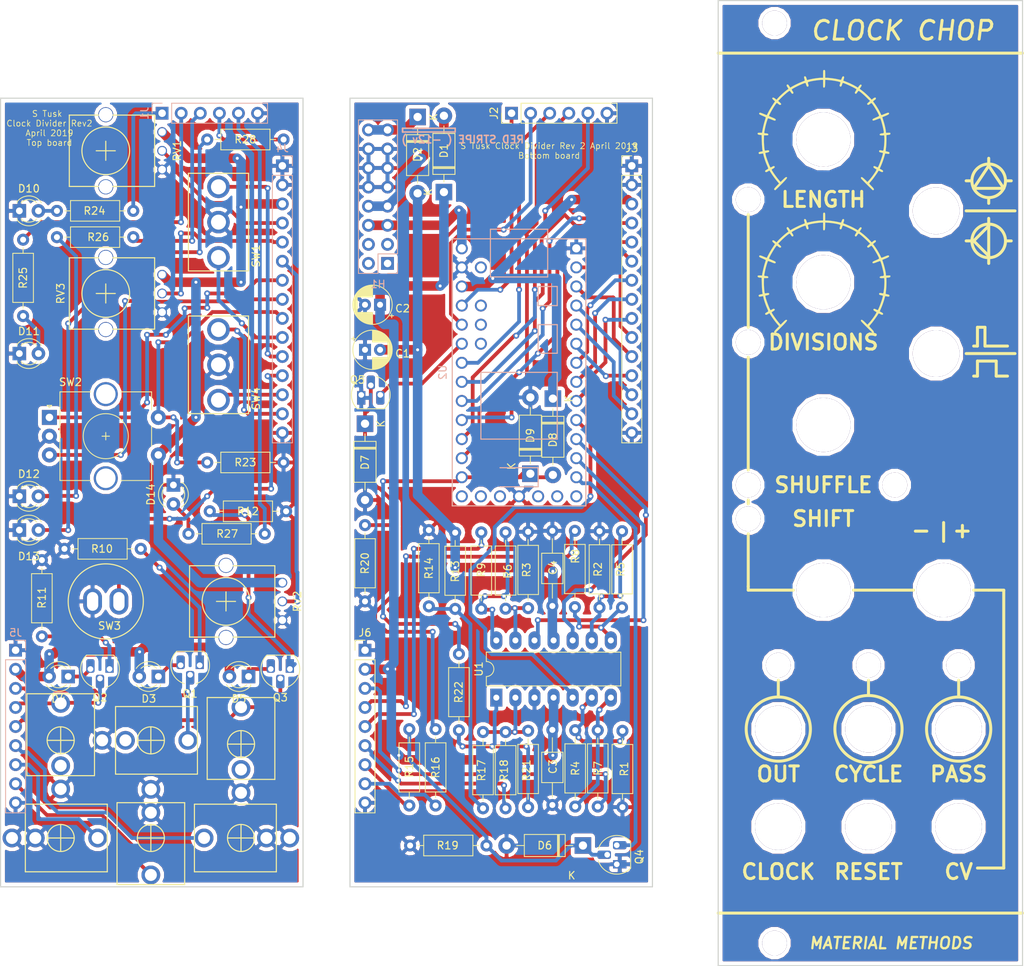
<source format=kicad_pcb>
(kicad_pcb (version 20171130) (host pcbnew "(5.0.1)-3")
  (layers (0 F.Cu signal hide) (31 B.Cu signal hide) (34 B.Paste user hide) (35 F.Paste user hide) (36 B.SilkS user) (37 F.SilkS user) (38 B.Mask user) (39 F.Mask user) (44 Edge.Cuts user))
  (net 0 "")
  (net 1 +12V)
  (net 2 GND)
  (net 3 -12V)
  (net 4 /CVin_F)
  (net 5 "Net-(CycleOutJack1-Pad2)")
  (net 6 /OutC_F)
  (net 7 /+12V_in)
  (net 8 /-12V_in)
  (net 9 "Net-(D3-Pad1)")
  (net 10 "Net-(D4-Pad1)")
  (net 11 "Net-(D5-Pad1)")
  (net 12 "Net-(D6-Pad1)")
  (net 13 "Net-(D7-Pad1)")
  (net 14 /CV_in)
  (net 15 /+3_3V)
  (net 16 /LED_L_F)
  (net 17 /LED_D_F)
  (net 18 /Led_Shi_F)
  (net 19 /Led_ShCV_F)
  (net 20 /LED_Sh_F)
  (net 21 "Net-(DigiOutJack1-Pad2)")
  (net 22 /OutM_F)
  (net 23 /OutT_F)
  (net 24 "Net-(DigiThruJack1-Pad2)")
  (net 25 "Net-(H1-Pad1)")
  (net 26 "Net-(H1-Pad2)")
  (net 27 "Net-(H1-Pad3)")
  (net 28 "Net-(H1-Pad4)")
  (net 29 +5V)
  (net 30 /LED_Sh_B)
  (net 31 /Pot_Length)
  (net 32 /Pot_Divisions)
  (net 33 /Pot_CVamt)
  (net 34 /EncoderA)
  (net 35 /EncoderB)
  (net 36 /EncoderSw)
  (net 37 /SW_DivEuc1)
  (net 38 /SW_DivEuc2)
  (net 39 /SW_CVassgn)
  (net 40 /SW_OutMode1)
  (net 41 /SW_OutMode2)
  (net 42 /SW_OutMode2_F)
  (net 43 /SW_OutMode1_F)
  (net 44 /SW_CVassgn_F)
  (net 45 /SW_DivEuc2_F)
  (net 46 /SW_DivEuc1_F)
  (net 47 /EncoderSw_F)
  (net 48 /EncoderB_F)
  (net 49 /EncoderA_F)
  (net 50 /Pot_CVamt_F)
  (net 51 /Pot_Divisions_F)
  (net 52 /Pot_Length_F)
  (net 53 /CLin_F)
  (net 54 /Rin_F)
  (net 55 /Rin_B)
  (net 56 /CLin_B)
  (net 57 /CVin_B)
  (net 58 /OutT_B)
  (net 59 /OutM_B)
  (net 60 /OutC_B)
  (net 61 "Net-(Q1-Pad1)")
  (net 62 "Net-(Q2-Pad1)")
  (net 63 "Net-(Q3-Pad1)")
  (net 64 /Trigger_in)
  (net 65 /Cycle_in)
  (net 66 "Net-(R1-Pad1)")
  (net 67 "Net-(R2-Pad1)")
  (net 68 "Net-(R3-Pad1)")
  (net 69 "Net-(R4-Pad1)")
  (net 70 "Net-(R5-Pad1)")
  (net 71 "Net-(R6-Pad1)")
  (net 72 /Vref)
  (net 73 "Net-(R17-Pad1)")
  (net 74 "Net-(R21-Pad1)")
  (net 75 /CV_ind_LED_Length)
  (net 76 /CV_ind_LED_Divs)
  (net 77 /CV_ind_LED_shift)
  (net 78 /CV_ind_LED_shuffle)
  (net 79 /DigiOut_out)
  (net 80 /DigiOut_Cycle)
  (net 81 /DigiOut_Thru)
  (net 82 "Net-(U2-Pad18)")
  (net 83 "Net-(U2-Pad19)")
  (net 84 "Net-(U2-Pad20)")
  (net 85 "Net-(U2-Pad16)")
  (net 86 "Net-(U2-Pad15)")
  (net 87 "Net-(U2-Pad14)")
  (net 88 "Net-(U2-Pad34)")
  (net 89 "Net-(U2-Pad35)")
  (net 90 "Net-(U2-Pad36)")
  (net 91 "Net-(U2-Pad37)")
  (net 92 "Net-(D10-Pad2)")
  (net 93 "Net-(D11-Pad2)")
  (net 94 "Net-(D12-Pad2)")
  (net 95 "Net-(D13-Pad2)")
  (net 96 "Net-(D14-Pad2)")
  (module Eurocad:KnobTicks (layer F.Cu) (at 124.5 39)
    (fp_text reference "" hide)
    (fp_text value "" hide)
  )
  (module Eurocad:KnobTicks (layer F.Cu) (at 124.5 20)
    (fp_text reference "" hide)
    (fp_text value "" hide)
  )
  (module "Eurocad:9mm alpha jack hole" (layer F.Cu) (at 124.5 58.5)
    (fp_text reference "" hide)
    (fp_text value "9mm alpha jack hole")
    (pad 1 thru_hole circle (at 0 0) (size 7.2 7.2) (drill 7.2) (layers *.Cu *.Mask))
  )
  (module "Eurocad:Eurorack Rail Hole" (layer F.Cu) (at 114.5 47.5)
    (fp_text reference "" hide)
    (fp_text value "Eurorack Rail Hole" hide)
    (pad 1 thru_hole circle (at 0 0) (size 3.3 3.3) (drill 3.3) (layers *.Cu *.Mask))
  )
  (module "Eurocad:Eurorack jack hole" (layer F.Cu) (at 130.5 112)
    (fp_text reference "" hide)
    (fp_text value "Eurorack jack hole")
    (pad 1 thru_hole circle (at 0 0) (size 6.2 6.2) (drill 6.2) (layers *.Cu *.Mask))
  )
  (module "Eurocad:9mm alpha jack hole" (layer F.Cu) (at 140.5 80.5)
    (fp_text reference "" hide)
    (fp_text value "9mm alpha jack hole")
    (pad 1 thru_hole circle (at 0 0) (size 7.2 7.2) (drill 7.2) (layers *.Cu *.Mask))
  )
  (module "Eurocad:Eurorack jack hole" (layer F.Cu) (at 130.5 99)
    (fp_text reference "" hide)
    (fp_text value "Eurorack jack hole")
    (pad 1 thru_hole circle (at 0 0) (size 6.2 6.2) (drill 6.2) (layers *.Cu *.Mask))
  )
  (module "Eurocad:Eurorack jack hole" (layer F.Cu) (at 142.5 99)
    (fp_text reference "" hide)
    (fp_text value "Eurorack jack hole")
    (pad 1 thru_hole circle (at 0 0) (size 6.2 6.2) (drill 6.2) (layers *.Cu *.Mask))
  )
  (module "Eurocad:9mm alpha jack hole" (layer F.Cu) (at 124.5 20.5)
    (fp_text reference "" hide)
    (fp_text value "9mm alpha jack hole")
    (pad 1 thru_hole circle (at 0 0) (size 7.2 7.2) (drill 7.2) (layers *.Cu *.Mask))
  )
  (module "Eurocad:9mm alpha jack hole" (layer F.Cu) (at 124.5 39.5)
    (fp_text reference "" hide)
    (fp_text value "9mm alpha jack hole")
    (pad 1 thru_hole circle (at 0 0) (size 7.2 7.2) (drill 7.2) (layers *.Cu *.Mask))
  )
  (module "Eurocad:9mm alpha jack hole" (layer F.Cu) (at 124.5 80.5)
    (fp_text reference "" hide)
    (fp_text value "9mm alpha jack hole")
    (pad 1 thru_hole circle (at 0 0) (size 7.2 7.2) (drill 7.2) (layers *.Cu *.Mask))
  )
  (module "Eurocad:Eurorack jack hole" (layer F.Cu) (at 139.5 30)
    (fp_text reference "" hide)
    (fp_text value "Eurorack jack hole")
    (pad 1 thru_hole circle (at 0 0) (size 6.2 6.2) (drill 6.2) (layers *.Cu *.Mask))
  )
  (module "Eurocad:Eurorack jack hole" (layer F.Cu) (at 142.5 112)
    (fp_text reference "" hide)
    (fp_text value "Eurorack jack hole")
    (pad 1 thru_hole circle (at 0 0) (size 6.2 6.2) (drill 6.2) (layers *.Cu *.Mask))
  )
  (module "Eurocad:Eurorack jack hole" (layer F.Cu) (at 118.5 112)
    (fp_text reference "" hide)
    (fp_text value "Eurorack jack hole")
    (pad 1 thru_hole circle (at 0 0) (size 6.2 6.2) (drill 6.2) (layers *.Cu *.Mask))
  )
  (module "Eurocad:Eurorack jack hole" (layer F.Cu) (at 139.5 49)
    (fp_text reference "" hide)
    (fp_text value "Eurorack jack hole")
    (pad 1 thru_hole circle (at 0 0) (size 6.2 6.2) (drill 6.2) (layers *.Cu *.Mask))
  )
  (module "Eurocad:Eurorack jack hole" (layer F.Cu) (at 118.5 99)
    (fp_text reference "" hide)
    (fp_text value "Eurorack jack hole")
    (pad 1 thru_hole circle (at 0 0) (size 6.2 6.2) (drill 6.2) (layers *.Cu *.Mask))
  )
  (module "Eurocad:Eurorack LED hole" (layer F.Cu) (at 118.5 90.5)
    (fp_text reference "" hide)
    (fp_text value "Eurorack LED hole")
    (pad 1 thru_hole circle (at 0 0) (size 3.3 3.3) (drill 3.3) (layers *.Cu *.Mask))
  )
  (module "Eurocad:Eurorack Rail Hole" (layer F.Cu) (at 118 5)
    (fp_text reference REF** hide)
    (fp_text value "Eurorack Rail Hole" hide)
    (pad 1 thru_hole circle (at 0 0) (size 3.3 3.3) (drill 3.3) (layers *.Cu *.Mask))
  )
  (module "Eurocad:Eurorack Rail Hole" (layer F.Cu) (at 118 127.5)
    (fp_text reference REF** hide)
    (fp_text value "Eurorack Rail Hole" hide)
    (pad 1 thru_hole circle (at 0 0) (size 3.3 3.3) (drill 3.3) (layers *.Cu *.Mask))
  )
  (module "Eurocad:Eurorack Rail Hole" (layer F.Cu) (at 114.5 71)
    (fp_text reference "" hide)
    (fp_text value "Eurorack Rail Hole" hide)
    (pad 1 thru_hole circle (at 0 0) (size 3.3 3.3) (drill 3.3) (layers *.Cu *.Mask))
  )
  (module "Eurocad:Eurorack Rail Hole" (layer F.Cu) (at 114.5 66.5)
    (fp_text reference "" hide)
    (fp_text value "Eurorack Rail Hole" hide)
    (pad 1 thru_hole circle (at 0 0) (size 3.3 3.3) (drill 3.3) (layers *.Cu *.Mask))
  )
  (module "Eurocad:Eurorack Rail Hole" (layer F.Cu) (at 142.5 90.5)
    (fp_text reference "" hide)
    (fp_text value "Eurorack Rail Hole" hide)
    (pad 1 thru_hole circle (at 0 0) (size 3.3 3.3) (drill 3.3) (layers *.Cu *.Mask))
  )
  (module "Eurocad:Eurorack Rail Hole" (layer F.Cu) (at 114.5 28.5)
    (fp_text reference "" hide)
    (fp_text value "Eurorack Rail Hole" hide)
    (pad 1 thru_hole circle (at 0 0) (size 3.3 3.3) (drill 3.3) (layers *.Cu *.Mask))
  )
  (module "Eurocad:Eurorack Rail Hole" (layer F.Cu) (at 130.5 90.5)
    (fp_text reference "" hide)
    (fp_text value "Eurorack Rail Hole" hide)
    (pad 1 thru_hole circle (at 0 0) (size 3.3 3.3) (drill 3.3) (layers *.Cu *.Mask))
  )
  (module "Eurocad:Eurorack Rail Hole" (layer F.Cu) (at 134 66.5)
    (fp_text reference "" hide)
    (fp_text value "Eurorack Rail Hole" hide)
    (pad 1 thru_hole circle (at 0 0) (size 3.3 3.3) (drill 3.3) (layers *.Cu *.Mask))
  )
  (module Eurocad:PJ301M-12-MoreMetal (layer F.Cu) (at 47 113.5 90)
    (fp_text reference CV_in1 hide)
    (fp_text value PJ301M-12)
    (pad 2 thru_hole circle (at 0 3.38 90) (size 2.5 2.5) (drill 1.6) (layers *.Cu *.Mask) (net 2 GND))
    (pad 1 thru_hole circle (at 0 6.48 90) (size 2.5 2.5) (drill 1.6) (layers *.Cu *.Mask) (net 2 GND))
    (pad 3 thru_hole circle (at 0 -4.92 90) (size 2.5 2.5) (drill 1.6) (layers *.Cu *.Mask) (net 4 /CVin_F))
  )
  (module Eurocad:PJ301M-12-MoreMetal (layer F.Cu) (at 35 113.5 180)
    (fp_text reference Reset_In1 hide)
    (fp_text value PJ301M-12)
    (pad 2 thru_hole circle (at 0 3.38 180) (size 2.5 2.5) (drill 1.6) (layers *.Cu *.Mask) (net 2 GND))
    (pad 1 thru_hole circle (at 0 6.48 180) (size 2.5 2.5) (drill 1.6) (layers *.Cu *.Mask) (net 2 GND))
    (pad 3 thru_hole circle (at 0 -4.92 180) (size 2.5 2.5) (drill 1.6) (layers *.Cu *.Mask) (net 54 /Rin_F))
  )
  (module Eurocad:PJ301M-12-MoreMetal (layer F.Cu) (at 23 113.5 270)
    (fp_text reference Trigger/Clock_in1 hide)
    (fp_text value PJ301M-12)
    (pad 2 thru_hole circle (at 0 3.38 270) (size 2.5 2.5) (drill 1.6) (layers *.Cu *.Mask) (net 2 GND))
    (pad 1 thru_hole circle (at 0 6.48 270) (size 2.5 2.5) (drill 1.6) (layers *.Cu *.Mask) (net 2 GND))
    (pad 3 thru_hole circle (at 0 -4.92 270) (size 2.5 2.5) (drill 1.6) (layers *.Cu *.Mask) (net 53 /CLin_F))
  )
  (module Eurocad:PJ301M-12-MoreMetal (layer F.Cu) (at 47 101)
    (fp_text reference DigiThruJack1 hide)
    (fp_text value PJ301M-12)
    (pad 2 thru_hole circle (at 0 3.38) (size 2.5 2.5) (drill 1.6) (layers *.Cu *.Mask) (net 24 "Net-(DigiThruJack1-Pad2)"))
    (pad 1 thru_hole circle (at 0 6.48) (size 2.5 2.5) (drill 1.6) (layers *.Cu *.Mask) (net 2 GND))
    (pad 3 thru_hole circle (at 0 -4.92) (size 2.5 2.5) (drill 1.6) (layers *.Cu *.Mask) (net 23 /OutT_F))
  )
  (module Eurocad:PJ301M-12-MoreMetal (layer F.Cu) (at 35 100.5 270)
    (fp_text reference CycleOutJack1 hide)
    (fp_text value PJ301M-12)
    (pad 2 thru_hole circle (at 0 3.38 270) (size 2.5 2.5) (drill 1.6) (layers *.Cu *.Mask) (net 5 "Net-(CycleOutJack1-Pad2)"))
    (pad 1 thru_hole circle (at 0 6.48 270) (size 2.5 2.5) (drill 1.6) (layers *.Cu *.Mask) (net 2 GND))
    (pad 3 thru_hole circle (at 0 -4.92 270) (size 2.5 2.5) (drill 1.6) (layers *.Cu *.Mask) (net 6 /OutC_F))
  )
  (module Eurocad:PJ301M-12-MoreMetal (layer F.Cu) (at 23 100.5)
    (fp_text reference DigiOutJack1 hide)
    (fp_text value PJ301M-12)
    (pad 2 thru_hole circle (at 0 3.38) (size 2.5 2.5) (drill 1.6) (layers *.Cu *.Mask) (net 21 "Net-(DigiOutJack1-Pad2)"))
    (pad 1 thru_hole circle (at 0 6.48) (size 2.5 2.5) (drill 1.6) (layers *.Cu *.Mask) (net 2 GND))
    (pad 3 thru_hole circle (at 0 -4.92) (size 2.5 2.5) (drill 1.6) (layers *.Cu *.Mask) (net 22 /OutM_F))
  )
  (module Package_TO_SOT_THT:TO-92L_HandSolder (layer F.Cu) (at 53.5 91 180)
    (fp_text reference Q3 (at 1.27 -3.8 180) (layer F.SilkS))
    (fp_text value 2N3904)
    (pad 1 thru_hole rect (at 0 0 180) (size 1.1 1.8) (drill 0.75 (offset 0 0.4)) (layers *.Cu *.Mask) (net 63 "Net-(Q3-Pad1)"))
    (pad 3 thru_hole roundrect (at 2.54 0 180) (size 1.1 1.8) (drill 0.75 (offset 0 0.4)) (layers *.Cu *.Mask) (net 11 "Net-(D5-Pad1)"))
    (pad 2 thru_hole roundrect (at 1.27 -1.27 180) (size 1.1 1.8) (drill 0.75 (offset 0 -0.4)) (layers *.Cu *.Mask) (net 23 /OutT_F))
  )
  (module Package_TO_SOT_THT:TO-92L_HandSolder (layer F.Cu) (at 41.5 90.5 180)
    (fp_text reference Q1 (at 1.27 -3.8 180) (layer F.SilkS))
    (fp_text value 2N3904)
    (pad 1 thru_hole rect (at 0 0 180) (size 1.1 1.8) (drill 0.75 (offset 0 0.4)) (layers *.Cu *.Mask) (net 61 "Net-(Q1-Pad1)"))
    (pad 3 thru_hole roundrect (at 2.54 0 180) (size 1.1 1.8) (drill 0.75 (offset 0 0.4)) (layers *.Cu *.Mask) (net 9 "Net-(D3-Pad1)"))
    (pad 2 thru_hole roundrect (at 1.27 -1.27 180) (size 1.1 1.8) (drill 0.75 (offset 0 -0.4)) (layers *.Cu *.Mask) (net 6 /OutC_F))
  )
  (module Package_TO_SOT_THT:TO-92L_HandSolder (layer F.Cu) (at 29.5 91 180)
    (fp_text reference Q2 (at 1.27 -3.8 180) (layer F.SilkS))
    (fp_text value 2N3904)
    (pad 1 thru_hole rect (at 0 0 180) (size 1.1 1.8) (drill 0.75 (offset 0 0.4)) (layers *.Cu *.Mask) (net 62 "Net-(Q2-Pad1)"))
    (pad 3 thru_hole roundrect (at 2.54 0 180) (size 1.1 1.8) (drill 0.75 (offset 0 0.4)) (layers *.Cu *.Mask) (net 10 "Net-(D4-Pad1)"))
    (pad 2 thru_hole roundrect (at 1.27 -1.27 180) (size 1.1 1.8) (drill 0.75 (offset 0 -0.4)) (layers *.Cu *.Mask) (net 22 /OutM_F))
  )
  (module Package_TO_SOT_THT:TO-92L_HandSolder (layer F.Cu) (at 97 117 90)
    (fp_text reference Q4 (at 1 3 90) (layer F.SilkS))
    (fp_text value 2N3904)
    (pad 1 thru_hole rect (at 0 0 90) (size 1.1 1.8) (drill 0.75 (offset 0 0.4)) (layers *.Cu *.Mask) (net 2 GND))
    (pad 3 thru_hole roundrect (at 2.54 0 90) (size 1.1 1.8) (drill 0.75 (offset 0 0.4)) (layers *.Cu *.Mask) (net 64 /Trigger_in))
    (pad 2 thru_hole roundrect (at 1.27 -1.27 90) (size 1.1 1.8) (drill 0.75 (offset 0 -0.4)) (layers *.Cu *.Mask) (net 12 "Net-(D6-Pad1)"))
  )
  (module Package_TO_SOT_THT:TO-92L_HandSolder (layer F.Cu) (at 63 54.5)
    (fp_text reference Q5 (at -0.5 -2) (layer F.SilkS))
    (fp_text value 2N3904)
    (pad 1 thru_hole rect (at 0 0) (size 1.1 1.8) (drill 0.75 (offset 0 0.4)) (layers *.Cu *.Mask) (net 2 GND))
    (pad 3 thru_hole roundrect (at 2.54 0) (size 1.1 1.8) (drill 0.75 (offset 0 0.4)) (layers *.Cu *.Mask) (net 65 /Cycle_in))
    (pad 2 thru_hole roundrect (at 1.27 -1.27) (size 1.1 1.8) (drill 0.75 (offset 0 -0.4)) (layers *.Cu *.Mask) (net 13 "Net-(D7-Pad1)"))
  )
  (module Capacitor_THT:C_Axial_L3.8mm_D2.6mm_P10.00mm_Horizontal (layer F.Cu) (at 88.431834 82.606702 90)
    (fp_text reference C4 (at 5.106702 0.068166 90) (layer F.SilkS))
    (fp_text value 100nF)
    (pad 2 thru_hole oval (at 10 0 90) (size 1.6 1.6) (drill 0.8) (layers *.Cu *.Mask) (net 2 GND))
    (pad 1 thru_hole circle (at 0 0 90) (size 1.6 1.6) (drill 0.8) (layers *.Cu *.Mask) (net 3 -12V))
  )
  (module Capacitor_THT:C_Axial_L3.8mm_D2.6mm_P10.00mm_Horizontal (layer F.Cu) (at 88.431834 109.106702 90)
    (fp_text reference C3 (at 5.106702 0.068166 90) (layer F.SilkS))
    (fp_text value 100nF)
    (pad 2 thru_hole oval (at 10 0 90) (size 1.6 1.6) (drill 0.8) (layers *.Cu *.Mask) (net 1 +12V))
    (pad 1 thru_hole circle (at 0 0 90) (size 1.6 1.6) (drill 0.8) (layers *.Cu *.Mask) (net 2 GND))
  )
  (module Eurocad:Alpha9mmPot (layer F.Cu) (at 29 22 90)
    (fp_text reference RV1 (at 0 9.5 90) (layer F.SilkS))
    (fp_text value 10k)
    (pad "" thru_hole circle (at 4.8 0 90) (size 2 2) (drill 1.8) (layers *.Cu *.Mask))
    (pad "" thru_hole circle (at -4.8 0 90) (size 2 2) (drill 1.8) (layers *.Cu *.Mask))
    (pad 3 thru_hole circle (at 2.5 7.5 90) (size 1.3 1.3) (drill 1) (layers *.Cu *.Mask) (net 15 /+3_3V))
    (pad 2 thru_hole circle (at 0 7.5 90) (size 1.3 1.3) (drill 1) (layers *.Cu *.Mask) (net 52 /Pot_Length_F))
    (pad 1 thru_hole circle (at -2.5 7.5 90) (size 1.3 1.3) (drill 1) (layers *.Cu *.Mask) (net 2 GND))
  )
  (module Eurocad:Alpha9mmPot (layer F.Cu) (at 45 82 90)
    (fp_text reference RV2 (at 0 9.5 90) (layer F.SilkS))
    (fp_text value 10k)
    (pad "" thru_hole circle (at 4.8 0 90) (size 2 2) (drill 1.8) (layers *.Cu *.Mask))
    (pad "" thru_hole circle (at -4.8 0 90) (size 2 2) (drill 1.8) (layers *.Cu *.Mask))
    (pad 3 thru_hole circle (at 2.5 7.5 90) (size 1.3 1.3) (drill 1) (layers *.Cu *.Mask) (net 15 /+3_3V))
    (pad 2 thru_hole circle (at 0 7.5 90) (size 1.3 1.3) (drill 1) (layers *.Cu *.Mask) (net 50 /Pot_CVamt_F))
    (pad 1 thru_hole circle (at -2.5 7.5 90) (size 1.3 1.3) (drill 1) (layers *.Cu *.Mask) (net 2 GND))
  )
  (module Eurocad:Alpha9mmPot (layer F.Cu) (at 29 41 90)
    (fp_text reference RV3 (at 0 -6 90) (layer F.SilkS))
    (fp_text value 10k)
    (pad "" thru_hole circle (at 4.8 0 90) (size 2 2) (drill 1.8) (layers *.Cu *.Mask))
    (pad "" thru_hole circle (at -4.8 0 90) (size 2 2) (drill 1.8) (layers *.Cu *.Mask))
    (pad 3 thru_hole circle (at 2.5 7.5 90) (size 1.3 1.3) (drill 1) (layers *.Cu *.Mask) (net 15 /+3_3V))
    (pad 2 thru_hole circle (at 0 7.5 90) (size 1.3 1.3) (drill 1) (layers *.Cu *.Mask) (net 51 /Pot_Divisions_F))
    (pad 1 thru_hole circle (at -2.5 7.5 90) (size 1.3 1.3) (drill 1) (layers *.Cu *.Mask) (net 2 GND))
  )
  (module Resistor_THT:R_Axial_DIN0207_L6.3mm_D2.5mm_P10.16mm_Horizontal (layer F.Cu) (at 40 73)
    (fp_text reference R27 (at 5.16 0) (layer F.SilkS))
    (fp_text value 330)
    (pad 1 thru_hole circle (at 0 0) (size 1.6 1.6) (drill 0.8) (layers *.Cu *.Mask) (net 96 "Net-(D14-Pad2)"))
    (pad 2 thru_hole oval (at 10.16 0) (size 1.6 1.6) (drill 0.8) (layers *.Cu *.Mask) (net 20 /LED_Sh_F))
  )
  (module Capacitor_THT:CP_Radial_D5.0mm_P2.00mm (layer F.Cu) (at 65.5 42.5 180)
    (fp_text reference C1 (at -3 -6.5 180) (layer F.SilkS))
    (fp_text value 10uF)
    (pad 1 thru_hole rect (at 0 0 180) (size 1.6 1.6) (drill 0.8) (layers *.Cu *.Mask) (net 1 +12V))
    (pad 2 thru_hole circle (at 2 0 180) (size 1.6 1.6) (drill 0.8) (layers *.Cu *.Mask) (net 2 GND))
  )
  (module Capacitor_THT:CP_Radial_D5.0mm_P2.00mm (layer F.Cu) (at 63.5 48.5)
    (fp_text reference C2 (at 5 -5.5) (layer F.SilkS))
    (fp_text value 10uF)
    (pad 2 thru_hole circle (at 2 0) (size 1.6 1.6) (drill 0.8) (layers *.Cu *.Mask) (net 3 -12V))
    (pad 1 thru_hole rect (at 0 0) (size 1.6 1.6) (drill 0.8) (layers *.Cu *.Mask) (net 2 GND))
  )
  (module Diode_THT:D_DO-41_SOD81_P10.16mm_Horizontal (layer F.Cu) (at 74 27.5 90)
    (fp_text reference D1 (at 5.5 0 90) (layer F.SilkS))
    (fp_text value 1N4001)
    (fp_text user K (at 0 -2.1 90) (layer F.SilkS))
    (pad 2 thru_hole oval (at 10.16 0 90) (size 2.2 2.2) (drill 1.1) (layers *.Cu *.Mask) (net 7 /+12V_in))
    (pad 1 thru_hole rect (at 0 0 90) (size 2.2 2.2) (drill 1.1) (layers *.Cu *.Mask) (net 1 +12V))
  )
  (module Diode_THT:D_DO-41_SOD81_P10.16mm_Horizontal (layer F.Cu) (at 70.5 17.5 270)
    (fp_text reference D2 (at 5 0 270) (layer F.SilkS))
    (fp_text value 1N4001)
    (fp_text user K (at 0 -2.1 270) (layer F.SilkS))
    (pad 1 thru_hole rect (at 0 0 270) (size 2.2 2.2) (drill 1.1) (layers *.Cu *.Mask) (net 8 /-12V_in))
    (pad 2 thru_hole oval (at 10.16 0 270) (size 2.2 2.2) (drill 1.1) (layers *.Cu *.Mask) (net 3 -12V))
  )
  (module LED_THT:LED_D3.0mm (layer F.Cu) (at 36 92 180)
    (fp_text reference D3 (at 1.27 -2.96 180) (layer F.SilkS))
    (fp_text value LED)
    (pad 2 thru_hole circle (at 2.54 0 180) (size 1.8 1.8) (drill 0.9) (layers *.Cu *.Mask) (net 1 +12V))
    (pad 1 thru_hole rect (at 0 0 180) (size 1.8 1.8) (drill 0.9) (layers *.Cu *.Mask) (net 9 "Net-(D3-Pad1)"))
  )
  (module LED_THT:LED_D3.0mm (layer F.Cu) (at 24 92 180)
    (fp_text reference D4 (at 1.27 -2.96 180) (layer F.SilkS))
    (fp_text value LED)
    (pad 1 thru_hole rect (at 0 0 180) (size 1.8 1.8) (drill 0.9) (layers *.Cu *.Mask) (net 10 "Net-(D4-Pad1)"))
    (pad 2 thru_hole circle (at 2.54 0 180) (size 1.8 1.8) (drill 0.9) (layers *.Cu *.Mask) (net 1 +12V))
  )
  (module LED_THT:LED_D3.0mm (layer F.Cu) (at 48 92 180)
    (fp_text reference D5 (at 1.27 -2.96 180) (layer F.SilkS))
    (fp_text value LED)
    (pad 2 thru_hole circle (at 2.54 0 180) (size 1.8 1.8) (drill 0.9) (layers *.Cu *.Mask) (net 1 +12V))
    (pad 1 thru_hole rect (at 0 0 180) (size 1.8 1.8) (drill 0.9) (layers *.Cu *.Mask) (net 11 "Net-(D5-Pad1)"))
  )
  (module Diode_THT:D_DO-41_SOD81_P10.16mm_Horizontal (layer F.Cu) (at 92.5 114.5 180)
    (fp_text reference D6 (at 5.08 0 180) (layer F.SilkS))
    (fp_text value 1N4001)
    (fp_text user K (at 1.5 -4 180) (layer F.SilkS))
    (pad 1 thru_hole rect (at 0 0 180) (size 2.2 2.2) (drill 1.1) (layers *.Cu *.Mask) (net 12 "Net-(D6-Pad1)"))
    (pad 2 thru_hole oval (at 10.16 0 180) (size 2.2 2.2) (drill 1.1) (layers *.Cu *.Mask) (net 2 GND))
  )
  (module Diode_THT:D_DO-41_SOD81_P10.16mm_Horizontal (layer F.Cu) (at 63.5 58.34 270)
    (fp_text reference D7 (at 5.16 0 270) (layer F.SilkS))
    (fp_text value 1N4001)
    (fp_text user K (at 0 -2.1 270) (layer F.SilkS))
    (pad 1 thru_hole rect (at 0 0 270) (size 2.2 2.2) (drill 1.1) (layers *.Cu *.Mask) (net 13 "Net-(D7-Pad1)"))
    (pad 2 thru_hole oval (at 10.16 0 270) (size 2.2 2.2) (drill 1.1) (layers *.Cu *.Mask) (net 2 GND))
  )
  (module Diode_THT:D_DO-41_SOD81_P10.16mm_Horizontal (layer F.Cu) (at 88.5 55 270)
    (fp_text reference D8 (at 5.5 0 270) (layer F.SilkS))
    (fp_text value 1N4001)
    (fp_text user K (at 0 -2.1 270) (layer F.SilkS))
    (pad 2 thru_hole oval (at 10.16 0 270) (size 2.2 2.2) (drill 1.1) (layers *.Cu *.Mask) (net 14 /CV_in))
    (pad 1 thru_hole rect (at 0 0 270) (size 2.2 2.2) (drill 1.1) (layers *.Cu *.Mask) (net 15 /+3_3V))
  )
  (module Diode_THT:D_DO-41_SOD81_P10.16mm_Horizontal (layer F.Cu) (at 85.5 65 90)
    (fp_text reference D9 (at 5.08 0 90) (layer F.SilkS))
    (fp_text value 1N4001)
    (fp_text user K (at 1 -2.5 90) (layer F.SilkS))
    (pad 2 thru_hole oval (at 10.16 0 90) (size 2.2 2.2) (drill 1.1) (layers *.Cu *.Mask) (net 2 GND))
    (pad 1 thru_hole rect (at 0 0 90) (size 2.2 2.2) (drill 1.1) (layers *.Cu *.Mask) (net 14 /CV_in))
  )
  (module LED_THT:LED_D3.0mm (layer F.Cu) (at 17.5 30)
    (fp_text reference D10 (at 1.27 -2.96) (layer F.SilkS))
    (fp_text value LED)
    (pad 1 thru_hole rect (at 0 0) (size 1.8 1.8) (drill 0.9) (layers *.Cu *.Mask) (net 2 GND))
    (pad 2 thru_hole circle (at 2.54 0) (size 1.8 1.8) (drill 0.9) (layers *.Cu *.Mask) (net 92 "Net-(D10-Pad2)"))
  )
  (module LED_THT:LED_D3.0mm (layer F.Cu) (at 17.5 49)
    (fp_text reference D11 (at 1.27 -2.96) (layer F.SilkS))
    (fp_text value LED)
    (pad 2 thru_hole circle (at 2.54 0) (size 1.8 1.8) (drill 0.9) (layers *.Cu *.Mask) (net 93 "Net-(D11-Pad2)"))
    (pad 1 thru_hole rect (at 0 0) (size 1.8 1.8) (drill 0.9) (layers *.Cu *.Mask) (net 2 GND))
  )
  (module LED_THT:LED_D3.0mm (layer F.Cu) (at 17.5 68)
    (fp_text reference D12 (at 1.27 -2.96) (layer F.SilkS))
    (fp_text value LED)
    (pad 1 thru_hole rect (at 0 0) (size 1.8 1.8) (drill 0.9) (layers *.Cu *.Mask) (net 2 GND))
    (pad 2 thru_hole circle (at 2.54 0) (size 1.8 1.8) (drill 0.9) (layers *.Cu *.Mask) (net 94 "Net-(D12-Pad2)"))
  )
  (module LED_THT:LED_D3.0mm (layer F.Cu) (at 17.5 72.5)
    (fp_text reference D13 (at 1.27 3.5) (layer F.SilkS))
    (fp_text value LED)
    (pad 1 thru_hole rect (at 0 0) (size 1.8 1.8) (drill 0.9) (layers *.Cu *.Mask) (net 2 GND))
    (pad 2 thru_hole circle (at 2.54 0) (size 1.8 1.8) (drill 0.9) (layers *.Cu *.Mask) (net 95 "Net-(D13-Pad2)"))
  )
  (module LED_THT:LED_D3.0mm (layer F.Cu) (at 38 66.5 270)
    (fp_text reference D14 (at 1.27 3 270) (layer F.SilkS))
    (fp_text value LED)
    (pad 2 thru_hole circle (at 2.54 0 270) (size 1.8 1.8) (drill 0.9) (layers *.Cu *.Mask) (net 96 "Net-(D14-Pad2)"))
    (pad 1 thru_hole rect (at 0 0 270) (size 1.8 1.8) (drill 0.9) (layers *.Cu *.Mask) (net 2 GND))
  )
  (module Connector_PinSocket_2.54mm:PinSocket_2x08_P2.54mm_Vertical (layer B.Cu) (at 66.5 37)
    (fp_text reference H1 (at -1.27 2.77) (layer B.SilkS) (effects (justify mirror)))
    (fp_text value EURO_PWR_2X8)
    (pad 1 thru_hole rect (at 0 0) (size 1.7 1.7) (drill 1) (layers *.Cu *.Mask) (net 25 "Net-(H1-Pad1)"))
    (pad 2 thru_hole oval (at -2.54 0) (size 1.7 1.7) (drill 1) (layers *.Cu *.Mask) (net 26 "Net-(H1-Pad2)"))
    (pad 3 thru_hole oval (at 0 -2.54) (size 1.7 1.7) (drill 1) (layers *.Cu *.Mask) (net 27 "Net-(H1-Pad3)"))
    (pad 4 thru_hole oval (at -2.54 -2.54) (size 1.7 1.7) (drill 1) (layers *.Cu *.Mask) (net 28 "Net-(H1-Pad4)"))
    (pad 5 thru_hole oval (at 0 -5.08) (size 1.7 1.7) (drill 1) (layers *.Cu *.Mask) (net 29 +5V))
    (pad 6 thru_hole oval (at -2.54 -5.08) (size 1.7 1.7) (drill 1) (layers *.Cu *.Mask) (net 29 +5V))
    (pad 7 thru_hole oval (at 0 -7.62) (size 1.7 1.7) (drill 1) (layers *.Cu *.Mask) (net 7 /+12V_in))
    (pad 8 thru_hole oval (at -2.54 -7.62) (size 1.7 1.7) (drill 1) (layers *.Cu *.Mask) (net 7 /+12V_in))
    (pad 9 thru_hole oval (at 0 -10.16) (size 1.7 1.7) (drill 1) (layers *.Cu *.Mask) (net 2 GND))
    (pad 10 thru_hole oval (at -2.54 -10.16) (size 1.7 1.7) (drill 1) (layers *.Cu *.Mask) (net 2 GND))
    (pad 11 thru_hole oval (at 0 -12.7) (size 1.7 1.7) (drill 1) (layers *.Cu *.Mask) (net 2 GND))
    (pad 12 thru_hole oval (at -2.54 -12.7) (size 1.7 1.7) (drill 1) (layers *.Cu *.Mask) (net 2 GND))
    (pad 13 thru_hole oval (at 0 -15.24) (size 1.7 1.7) (drill 1) (layers *.Cu *.Mask) (net 2 GND))
    (pad 14 thru_hole oval (at -2.54 -15.24) (size 1.7 1.7) (drill 1) (layers *.Cu *.Mask) (net 2 GND))
    (pad 15 thru_hole oval (at 0 -17.78) (size 1.7 1.7) (drill 1) (layers *.Cu *.Mask) (net 8 /-12V_in))
    (pad 16 thru_hole oval (at -2.54 -17.78) (size 1.7 1.7) (drill 1) (layers *.Cu *.Mask) (net 8 /-12V_in))
  )
  (module Connector_PinHeader_2.54mm:PinHeader_1x06_P2.54mm_Vertical (layer B.Cu) (at 36.5 17 270)
    (fp_text reference J1 (at 0 2.33 270) (layer B.SilkS) (effects (justify mirror)))
    (fp_text value Conn_01x06_Female)
    (pad 1 thru_hole rect (at 0 0 270) (size 1.7 1.7) (drill 1) (layers *.Cu *.Mask) (net 16 /LED_L_F))
    (pad 2 thru_hole oval (at 0 -2.54 270) (size 1.7 1.7) (drill 1) (layers *.Cu *.Mask) (net 17 /LED_D_F))
    (pad 3 thru_hole oval (at 0 -5.08 270) (size 1.7 1.7) (drill 1) (layers *.Cu *.Mask) (net 18 /Led_Shi_F))
    (pad 4 thru_hole oval (at 0 -7.62 270) (size 1.7 1.7) (drill 1) (layers *.Cu *.Mask) (net 19 /Led_ShCV_F))
    (pad 5 thru_hole oval (at 0 -10.16 270) (size 1.7 1.7) (drill 1) (layers *.Cu *.Mask) (net 20 /LED_Sh_F))
    (pad 6 thru_hole oval (at 0 -12.7 270) (size 1.7 1.7) (drill 1) (layers *.Cu *.Mask) (net 2 GND))
  )
  (module Connector_PinHeader_2.54mm:PinHeader_1x06_P2.54mm_Vertical (layer F.Cu) (at 83 17 90)
    (fp_text reference J2 (at 0 -2.33 90) (layer F.SilkS))
    (fp_text value Conn_01x06_Male)
    (pad 6 thru_hole oval (at 0 12.7 90) (size 1.7 1.7) (drill 1) (layers *.Cu *.Mask) (net 2 GND))
    (pad 5 thru_hole oval (at 0 10.16 90) (size 1.7 1.7) (drill 1) (layers *.Cu *.Mask) (net 30 /LED_Sh_B))
    (pad 4 thru_hole oval (at 0 7.62 90) (size 1.7 1.7) (drill 1) (layers *.Cu *.Mask) (net 78 /CV_ind_LED_shuffle))
    (pad 3 thru_hole oval (at 0 5.08 90) (size 1.7 1.7) (drill 1) (layers *.Cu *.Mask) (net 77 /CV_ind_LED_shift))
    (pad 2 thru_hole oval (at 0 2.54 90) (size 1.7 1.7) (drill 1) (layers *.Cu *.Mask) (net 76 /CV_ind_LED_Divs))
    (pad 1 thru_hole rect (at 0 0 90) (size 1.7 1.7) (drill 1) (layers *.Cu *.Mask) (net 75 /CV_ind_LED_Length))
  )
  (module Connector_PinHeader_2.54mm:PinHeader_1x15_P2.54mm_Vertical (layer F.Cu) (at 99 24)
    (fp_text reference J3 (at 0 -2.33) (layer F.SilkS))
    (fp_text value Conn_01x15_Male)
    (pad 1 thru_hole rect (at 0 0) (size 1.7 1.7) (drill 1) (layers *.Cu *.Mask) (net 2 GND))
    (pad 2 thru_hole oval (at 0 2.54) (size 1.7 1.7) (drill 1) (layers *.Cu *.Mask) (net 2 GND))
    (pad 3 thru_hole oval (at 0 5.08) (size 1.7 1.7) (drill 1) (layers *.Cu *.Mask) (net 15 /+3_3V))
    (pad 4 thru_hole oval (at 0 7.62) (size 1.7 1.7) (drill 1) (layers *.Cu *.Mask) (net 31 /Pot_Length))
    (pad 5 thru_hole oval (at 0 10.16) (size 1.7 1.7) (drill 1) (layers *.Cu *.Mask) (net 32 /Pot_Divisions))
    (pad 6 thru_hole oval (at 0 12.7) (size 1.7 1.7) (drill 1) (layers *.Cu *.Mask) (net 33 /Pot_CVamt))
    (pad 7 thru_hole oval (at 0 15.24) (size 1.7 1.7) (drill 1) (layers *.Cu *.Mask) (net 34 /EncoderA))
    (pad 8 thru_hole oval (at 0 17.78) (size 1.7 1.7) (drill 1) (layers *.Cu *.Mask) (net 35 /EncoderB))
    (pad 9 thru_hole oval (at 0 20.32) (size 1.7 1.7) (drill 1) (layers *.Cu *.Mask) (net 36 /EncoderSw))
    (pad 10 thru_hole oval (at 0 22.86) (size 1.7 1.7) (drill 1) (layers *.Cu *.Mask) (net 37 /SW_DivEuc1))
    (pad 11 thru_hole oval (at 0 25.4) (size 1.7 1.7) (drill 1) (layers *.Cu *.Mask) (net 38 /SW_DivEuc2))
    (pad 12 thru_hole oval (at 0 27.94) (size 1.7 1.7) (drill 1) (layers *.Cu *.Mask) (net 39 /SW_CVassgn))
    (pad 13 thru_hole oval (at 0 30.48) (size 1.7 1.7) (drill 1) (layers *.Cu *.Mask) (net 40 /SW_OutMode1))
    (pad 14 thru_hole oval (at 0 33.02) (size 1.7 1.7) (drill 1) (layers *.Cu *.Mask) (net 41 /SW_OutMode2))
    (pad 15 thru_hole oval (at 0 35.56) (size 1.7 1.7) (drill 1) (layers *.Cu *.Mask) (net 2 GND))
  )
  (module Connector_PinHeader_2.54mm:PinHeader_1x15_P2.54mm_Vertical (layer B.Cu) (at 52.5 24 180)
    (fp_text reference J4 (at 0 2.33 180) (layer B.SilkS) (effects (justify mirror)))
    (fp_text value Conn_01x15_Female)
    (pad 15 thru_hole oval (at 0 -35.56 180) (size 1.7 1.7) (drill 1) (layers *.Cu *.Mask) (net 2 GND))
    (pad 14 thru_hole oval (at 0 -33.02 180) (size 1.7 1.7) (drill 1) (layers *.Cu *.Mask) (net 42 /SW_OutMode2_F))
    (pad 13 thru_hole oval (at 0 -30.48 180) (size 1.7 1.7) (drill 1) (layers *.Cu *.Mask) (net 43 /SW_OutMode1_F))
    (pad 12 thru_hole oval (at 0 -27.94 180) (size 1.7 1.7) (drill 1) (layers *.Cu *.Mask) (net 44 /SW_CVassgn_F))
    (pad 11 thru_hole oval (at 0 -25.4 180) (size 1.7 1.7) (drill 1) (layers *.Cu *.Mask) (net 45 /SW_DivEuc2_F))
    (pad 10 thru_hole oval (at 0 -22.86 180) (size 1.7 1.7) (drill 1) (layers *.Cu *.Mask) (net 46 /SW_DivEuc1_F))
    (pad 9 thru_hole oval (at 0 -20.32 180) (size 1.7 1.7) (drill 1) (layers *.Cu *.Mask) (net 47 /EncoderSw_F))
    (pad 8 thru_hole oval (at 0 -17.78 180) (size 1.7 1.7) (drill 1) (layers *.Cu *.Mask) (net 48 /EncoderB_F))
    (pad 7 thru_hole oval (at 0 -15.24 180) (size 1.7 1.7) (drill 1) (layers *.Cu *.Mask) (net 49 /EncoderA_F))
    (pad 6 thru_hole oval (at 0 -12.7 180) (size 1.7 1.7) (drill 1) (layers *.Cu *.Mask) (net 50 /Pot_CVamt_F))
    (pad 5 thru_hole oval (at 0 -10.16 180) (size 1.7 1.7) (drill 1) (layers *.Cu *.Mask) (net 51 /Pot_Divisions_F))
    (pad 4 thru_hole oval (at 0 -7.62 180) (size 1.7 1.7) (drill 1) (layers *.Cu *.Mask) (net 52 /Pot_Length_F))
    (pad 3 thru_hole oval (at 0 -5.08 180) (size 1.7 1.7) (drill 1) (layers *.Cu *.Mask) (net 15 /+3_3V))
    (pad 2 thru_hole oval (at 0 -2.54 180) (size 1.7 1.7) (drill 1) (layers *.Cu *.Mask) (net 2 GND))
    (pad 1 thru_hole rect (at 0 0 180) (size 1.7 1.7) (drill 1) (layers *.Cu *.Mask) (net 2 GND))
  )
  (module Connector_PinHeader_2.54mm:PinHeader_1x09_P2.54mm_Vertical (layer B.Cu) (at 17 88.5 180)
    (fp_text reference J5 (at 0 2.33 180) (layer B.SilkS) (effects (justify mirror)))
    (fp_text value Conn_01x09_Female)
    (pad 1 thru_hole rect (at 0 0 180) (size 1.7 1.7) (drill 1) (layers *.Cu *.Mask) (net 2 GND))
    (pad 2 thru_hole oval (at 0 -2.54 180) (size 1.7 1.7) (drill 1) (layers *.Cu *.Mask) (net 1 +12V))
    (pad 3 thru_hole oval (at 0 -5.08 180) (size 1.7 1.7) (drill 1) (layers *.Cu *.Mask) (net 6 /OutC_F))
    (pad 4 thru_hole oval (at 0 -7.62 180) (size 1.7 1.7) (drill 1) (layers *.Cu *.Mask) (net 22 /OutM_F))
    (pad 5 thru_hole oval (at 0 -10.16 180) (size 1.7 1.7) (drill 1) (layers *.Cu *.Mask) (net 23 /OutT_F))
    (pad 6 thru_hole oval (at 0 -12.7 180) (size 1.7 1.7) (drill 1) (layers *.Cu *.Mask) (net 4 /CVin_F))
    (pad 7 thru_hole oval (at 0 -15.24 180) (size 1.7 1.7) (drill 1) (layers *.Cu *.Mask) (net 53 /CLin_F))
    (pad 8 thru_hole oval (at 0 -17.78 180) (size 1.7 1.7) (drill 1) (layers *.Cu *.Mask) (net 54 /Rin_F))
    (pad 9 thru_hole oval (at 0 -20.32 180) (size 1.7 1.7) (drill 1) (layers *.Cu *.Mask) (net 2 GND))
  )
  (module Connector_PinHeader_2.54mm:PinHeader_1x09_P2.54mm_Vertical (layer F.Cu) (at 63.5 88.5)
    (fp_text reference J6 (at 0 -2.33) (layer F.SilkS))
    (fp_text value Conn_01x09_Male)
    (pad 9 thru_hole oval (at 0 20.32) (size 1.7 1.7) (drill 1) (layers *.Cu *.Mask) (net 2 GND))
    (pad 8 thru_hole oval (at 0 17.78) (size 1.7 1.7) (drill 1) (layers *.Cu *.Mask) (net 55 /Rin_B))
    (pad 7 thru_hole oval (at 0 15.24) (size 1.7 1.7) (drill 1) (layers *.Cu *.Mask) (net 56 /CLin_B))
    (pad 6 thru_hole oval (at 0 12.7) (size 1.7 1.7) (drill 1) (layers *.Cu *.Mask) (net 57 /CVin_B))
    (pad 5 thru_hole oval (at 0 10.16) (size 1.7 1.7) (drill 1) (layers *.Cu *.Mask) (net 58 /OutT_B))
    (pad 4 thru_hole oval (at 0 7.62) (size 1.7 1.7) (drill 1) (layers *.Cu *.Mask) (net 59 /OutM_B))
    (pad 3 thru_hole oval (at 0 5.08) (size 1.7 1.7) (drill 1) (layers *.Cu *.Mask) (net 60 /OutC_B))
    (pad 2 thru_hole oval (at 0 2.54) (size 1.7 1.7) (drill 1) (layers *.Cu *.Mask) (net 1 +12V))
    (pad 1 thru_hole rect (at 0 0) (size 1.7 1.7) (drill 1) (layers *.Cu *.Mask) (net 2 GND))
  )
  (module Resistor_THT:R_Axial_DIN0207_L6.3mm_D2.5mm_P10.16mm_Horizontal (layer F.Cu) (at 97.75909 99.236542 270)
    (fp_text reference R1 (at 5.08 -0.24091 270) (layer F.SilkS))
    (fp_text value 100k)
    (pad 1 thru_hole circle (at 0 0 270) (size 1.6 1.6) (drill 0.8) (layers *.Cu *.Mask) (net 66 "Net-(R1-Pad1)"))
    (pad 2 thru_hole oval (at 10.16 0 270) (size 1.6 1.6) (drill 0.8) (layers *.Cu *.Mask) (net 2 GND))
  )
  (module Resistor_THT:R_Axial_DIN0207_L6.3mm_D2.5mm_P10.16mm_Horizontal (layer F.Cu) (at 94.705873 82.811486 90)
    (fp_text reference R2 (at 5.08 -0.205873 90) (layer F.SilkS))
    (fp_text value 100k)
    (pad 2 thru_hole oval (at 10.16 0 90) (size 1.6 1.6) (drill 0.8) (layers *.Cu *.Mask) (net 2 GND))
    (pad 1 thru_hole circle (at 0 0 90) (size 1.6 1.6) (drill 0.8) (layers *.Cu *.Mask) (net 67 "Net-(R2-Pad1)"))
  )
  (module Resistor_THT:R_Axial_DIN0207_L6.3mm_D2.5mm_P10.16mm_Horizontal (layer F.Cu) (at 85.205873 82.890678 90)
    (fp_text reference R3 (at 5.08 -0.205873 90) (layer F.SilkS))
    (fp_text value 100k)
    (pad 1 thru_hole circle (at 0 0 90) (size 1.6 1.6) (drill 0.8) (layers *.Cu *.Mask) (net 68 "Net-(R3-Pad1)"))
    (pad 2 thru_hole oval (at 10.16 0 90) (size 1.6 1.6) (drill 0.8) (layers *.Cu *.Mask) (net 2 GND))
  )
  (module Resistor_THT:R_Axial_DIN0207_L6.3mm_D2.5mm_P10.16mm_Horizontal (layer F.Cu) (at 91.473391 109.311486 90)
    (fp_text reference R4 (at 5.08 0.026609 90) (layer F.SilkS))
    (fp_text value 47k)
    (pad 2 thru_hole oval (at 10.16 0 90) (size 1.6 1.6) (drill 0.8) (layers *.Cu *.Mask) (net 66 "Net-(R1-Pad1)"))
    (pad 1 thru_hole circle (at 0 0 90) (size 1.6 1.6) (drill 0.8) (layers *.Cu *.Mask) (net 69 "Net-(R4-Pad1)"))
  )
  (module Resistor_THT:R_Axial_DIN0207_L6.3mm_D2.5mm_P10.16mm_Horizontal (layer F.Cu) (at 97.705873 82.811486 90)
    (fp_text reference R5 (at 5.08 -0.205873 90) (layer F.SilkS))
    (fp_text value 47k)
    (pad 1 thru_hole circle (at 0 0 90) (size 1.6 1.6) (drill 0.8) (layers *.Cu *.Mask) (net 70 "Net-(R5-Pad1)"))
    (pad 2 thru_hole oval (at 10.16 0 90) (size 1.6 1.6) (drill 0.8) (layers *.Cu *.Mask) (net 67 "Net-(R2-Pad1)"))
  )
  (module Resistor_THT:R_Axial_DIN0207_L6.3mm_D2.5mm_P10.16mm_Horizontal (layer F.Cu) (at 82.205873 72.811486 270)
    (fp_text reference R6 (at 5.188514 -0.294127 270) (layer F.SilkS))
    (fp_text value 47k)
    (pad 1 thru_hole circle (at 0 0 270) (size 1.6 1.6) (drill 0.8) (layers *.Cu *.Mask) (net 71 "Net-(R6-Pad1)"))
    (pad 2 thru_hole oval (at 10.16 0 270) (size 1.6 1.6) (drill 0.8) (layers *.Cu *.Mask) (net 68 "Net-(R3-Pad1)"))
  )
  (module Resistor_THT:R_Axial_DIN0207_L6.3mm_D2.5mm_P10.16mm_Horizontal (layer F.Cu) (at 94.473391 109.311486 90)
    (fp_text reference R7 (at 5.08 0.026609 90) (layer F.SilkS))
    (fp_text value 1k)
    (pad 1 thru_hole circle (at 0 0 90) (size 1.6 1.6) (drill 0.8) (layers *.Cu *.Mask) (net 60 /OutC_B))
    (pad 2 thru_hole oval (at 10.16 0 90) (size 1.6 1.6) (drill 0.8) (layers *.Cu *.Mask) (net 69 "Net-(R4-Pad1)"))
  )
  (module Resistor_THT:R_Axial_DIN0207_L6.3mm_D2.5mm_P10.16mm_Horizontal (layer F.Cu) (at 91.431834 72.606702 270)
    (fp_text reference R8 (at 3.393298 -0.068166 270) (layer F.SilkS))
    (fp_text value 1k)
    (pad 1 thru_hole circle (at 0 0 270) (size 1.6 1.6) (drill 0.8) (layers *.Cu *.Mask) (net 59 /OutM_B))
    (pad 2 thru_hole oval (at 10.16 0 270) (size 1.6 1.6) (drill 0.8) (layers *.Cu *.Mask) (net 70 "Net-(R5-Pad1)"))
  )
  (module Resistor_THT:R_Axial_DIN0207_L6.3mm_D2.5mm_P10.16mm_Horizontal (layer F.Cu) (at 78.973391 72.811486 270)
    (fp_text reference R9 (at 5 0 270) (layer F.SilkS))
    (fp_text value 1k)
    (pad 2 thru_hole oval (at 10.16 0 270) (size 1.6 1.6) (drill 0.8) (layers *.Cu *.Mask) (net 71 "Net-(R6-Pad1)"))
    (pad 1 thru_hole circle (at 0 0 270) (size 1.6 1.6) (drill 0.8) (layers *.Cu *.Mask) (net 58 /OutT_B))
  )
  (module Resistor_THT:R_Axial_DIN0207_L6.3mm_D2.5mm_P10.16mm_Horizontal (layer F.Cu) (at 23.5 75)
    (fp_text reference R10 (at 5 0) (layer F.SilkS))
    (fp_text value 10k)
    (pad 2 thru_hole oval (at 10.16 0) (size 1.6 1.6) (drill 0.8) (layers *.Cu *.Mask) (net 61 "Net-(Q1-Pad1)"))
    (pad 1 thru_hole circle (at 0 0) (size 1.6 1.6) (drill 0.8) (layers *.Cu *.Mask) (net 2 GND))
  )
  (module Resistor_THT:R_Axial_DIN0207_L6.3mm_D2.5mm_P10.16mm_Horizontal (layer F.Cu) (at 20.5 76.5 270)
    (fp_text reference R11 (at 5 0 270) (layer F.SilkS))
    (fp_text value 10k)
    (pad 1 thru_hole circle (at 0 0 270) (size 1.6 1.6) (drill 0.8) (layers *.Cu *.Mask) (net 2 GND))
    (pad 2 thru_hole oval (at 10.16 0 270) (size 1.6 1.6) (drill 0.8) (layers *.Cu *.Mask) (net 62 "Net-(Q2-Pad1)"))
  )
  (module Resistor_THT:R_Axial_DIN0207_L6.3mm_D2.5mm_P10.16mm_Horizontal (layer F.Cu) (at 53 70 180)
    (fp_text reference R12 (at 5.08 0 180) (layer F.SilkS))
    (fp_text value 10k)
    (pad 2 thru_hole oval (at 10.16 0 180) (size 1.6 1.6) (drill 0.8) (layers *.Cu *.Mask) (net 63 "Net-(Q3-Pad1)"))
    (pad 1 thru_hole circle (at 0 0 180) (size 1.6 1.6) (drill 0.8) (layers *.Cu *.Mask) (net 2 GND))
  )
  (module Resistor_THT:R_Axial_DIN0207_L6.3mm_D2.5mm_P10.16mm_Horizontal (layer F.Cu) (at 75.5 83 90)
    (fp_text reference R13 (at 5 0 90) (layer F.SilkS))
    (fp_text value 11k)
    (pad 2 thru_hole oval (at 10.16 0 90) (size 1.6 1.6) (drill 0.8) (layers *.Cu *.Mask) (net 3 -12V))
    (pad 1 thru_hole circle (at 0 0 90) (size 1.6 1.6) (drill 0.8) (layers *.Cu *.Mask) (net 72 /Vref))
  )
  (module Resistor_THT:R_Axial_DIN0207_L6.3mm_D2.5mm_P10.16mm_Horizontal (layer F.Cu) (at 72 72.5 270)
    (fp_text reference R14 (at 5.08 0 270) (layer F.SilkS))
    (fp_text value 91k)
    (pad 2 thru_hole oval (at 10.16 0 270) (size 1.6 1.6) (drill 0.8) (layers *.Cu *.Mask) (net 72 /Vref))
    (pad 1 thru_hole circle (at 0 0 270) (size 1.6 1.6) (drill 0.8) (layers *.Cu *.Mask) (net 2 GND))
  )
  (module Resistor_THT:R_Axial_DIN0207_L6.3mm_D2.5mm_P10.16mm_Horizontal (layer F.Cu) (at 69.394226 99.018477 270)
    (fp_text reference R15 (at 5 0 270) (layer F.SilkS))
    (fp_text value 100k)
    (pad 1 thru_hole circle (at 0 0 270) (size 1.6 1.6) (drill 0.8) (layers *.Cu *.Mask) (net 12 "Net-(D6-Pad1)"))
    (pad 2 thru_hole oval (at 10.16 0 270) (size 1.6 1.6) (drill 0.8) (layers *.Cu *.Mask) (net 56 /CLin_B))
  )
  (module Resistor_THT:R_Axial_DIN0207_L6.3mm_D2.5mm_P10.16mm_Horizontal (layer F.Cu) (at 72.894226 99.018477 270)
    (fp_text reference R16 (at 5.08 0 270) (layer F.SilkS))
    (fp_text value 100k)
    (pad 2 thru_hole oval (at 10.16 0 270) (size 1.6 1.6) (drill 0.8) (layers *.Cu *.Mask) (net 55 /Rin_B))
    (pad 1 thru_hole circle (at 0 0 270) (size 1.6 1.6) (drill 0.8) (layers *.Cu *.Mask) (net 13 "Net-(D7-Pad1)"))
  )
  (module Resistor_THT:R_Axial_DIN0207_L6.3mm_D2.5mm_P10.16mm_Horizontal (layer F.Cu) (at 79.205873 99.390678 270)
    (fp_text reference R17 (at 5.109322 0.205873 270) (layer F.SilkS))
    (fp_text value 100k)
    (pad 1 thru_hole circle (at 0 0 270) (size 1.6 1.6) (drill 0.8) (layers *.Cu *.Mask) (net 73 "Net-(R17-Pad1)"))
    (pad 2 thru_hole oval (at 10.16 0 270) (size 1.6 1.6) (drill 0.8) (layers *.Cu *.Mask) (net 72 /Vref))
  )
  (module Resistor_THT:R_Axial_DIN0207_L6.3mm_D2.5mm_P10.16mm_Horizontal (layer F.Cu) (at 82.205873 99.390678 270)
    (fp_text reference R18 (at 5.109322 0.205873 270) (layer F.SilkS))
    (fp_text value 100k)
    (pad 2 thru_hole oval (at 10.16 0 270) (size 1.6 1.6) (drill 0.8) (layers *.Cu *.Mask) (net 57 /CVin_B))
    (pad 1 thru_hole circle (at 0 0 270) (size 1.6 1.6) (drill 0.8) (layers *.Cu *.Mask) (net 73 "Net-(R17-Pad1)"))
  )
  (module Resistor_THT:R_Axial_DIN0207_L6.3mm_D2.5mm_P10.16mm_Horizontal (layer F.Cu) (at 69.5 114.5)
    (fp_text reference R19 (at 5 0) (layer F.SilkS))
    (fp_text value 33k)
    (pad 2 thru_hole oval (at 10.16 0) (size 1.6 1.6) (drill 0.8) (layers *.Cu *.Mask) (net 12 "Net-(D6-Pad1)"))
    (pad 1 thru_hole circle (at 0 0) (size 1.6 1.6) (drill 0.8) (layers *.Cu *.Mask) (net 2 GND))
  )
  (module Resistor_THT:R_Axial_DIN0207_L6.3mm_D2.5mm_P10.16mm_Horizontal (layer F.Cu) (at 63.5 82 90)
    (fp_text reference R20 (at 5.08 0 90) (layer F.SilkS))
    (fp_text value 33k)
    (pad 1 thru_hole circle (at 0 0 90) (size 1.6 1.6) (drill 0.8) (layers *.Cu *.Mask) (net 2 GND))
    (pad 2 thru_hole oval (at 10.16 0 90) (size 1.6 1.6) (drill 0.8) (layers *.Cu *.Mask) (net 13 "Net-(D7-Pad1)"))
  )
  (module Resistor_THT:R_Axial_DIN0207_L6.3mm_D2.5mm_P10.16mm_Horizontal (layer F.Cu) (at 85.205873 109.390678 90)
    (fp_text reference R21 (at 4.890678 -0.205873 90) (layer F.SilkS))
    (fp_text value 15k)
    (pad 1 thru_hole circle (at 0 0 90) (size 1.6 1.6) (drill 0.8) (layers *.Cu *.Mask) (net 74 "Net-(R21-Pad1)"))
    (pad 2 thru_hole oval (at 10.16 0 90) (size 1.6 1.6) (drill 0.8) (layers *.Cu *.Mask) (net 73 "Net-(R17-Pad1)"))
  )
  (module Resistor_THT:R_Axial_DIN0207_L6.3mm_D2.5mm_P10.16mm_Horizontal (layer F.Cu) (at 76 89 270)
    (fp_text reference R22 (at 5.08 0.026609 270) (layer F.SilkS))
    (fp_text value 10k)
    (pad 2 thru_hole oval (at 10.16 0 270) (size 1.6 1.6) (drill 0.8) (layers *.Cu *.Mask) (net 74 "Net-(R21-Pad1)"))
    (pad 1 thru_hole circle (at 0 0 270) (size 1.6 1.6) (drill 0.8) (layers *.Cu *.Mask) (net 14 /CV_in))
  )
  (module Resistor_THT:R_Axial_DIN0207_L6.3mm_D2.5mm_P10.16mm_Horizontal (layer F.Cu) (at 42.5 63.5)
    (fp_text reference R23 (at 5.08 0) (layer F.SilkS))
    (fp_text value 100k)
    (pad 2 thru_hole oval (at 10.16 0) (size 1.6 1.6) (drill 0.8) (layers *.Cu *.Mask) (net 2 GND))
    (pad 1 thru_hole circle (at 0 0) (size 1.6 1.6) (drill 0.8) (layers *.Cu *.Mask) (net 47 /EncoderSw_F))
  )
  (module Resistor_THT:R_Axial_DIN0207_L6.3mm_D2.5mm_P10.16mm_Horizontal (layer F.Cu) (at 22.5 30)
    (fp_text reference R24 (at 5 0) (layer F.SilkS))
    (fp_text value 1k)
    (pad 2 thru_hole oval (at 10.16 0) (size 1.6 1.6) (drill 0.8) (layers *.Cu *.Mask) (net 16 /LED_L_F))
    (pad 1 thru_hole circle (at 0 0) (size 1.6 1.6) (drill 0.8) (layers *.Cu *.Mask) (net 92 "Net-(D10-Pad2)"))
  )
  (module Resistor_THT:R_Axial_DIN0207_L6.3mm_D2.5mm_P10.16mm_Horizontal (layer F.Cu) (at 18 44 90)
    (fp_text reference R25 (at 5.08 0 90) (layer F.SilkS))
    (fp_text value 1k)
    (pad 1 thru_hole circle (at 0 0 90) (size 1.6 1.6) (drill 0.8) (layers *.Cu *.Mask) (net 93 "Net-(D11-Pad2)"))
    (pad 2 thru_hole oval (at 10.16 0 90) (size 1.6 1.6) (drill 0.8) (layers *.Cu *.Mask) (net 17 /LED_D_F))
  )
  (module Resistor_THT:R_Axial_DIN0207_L6.3mm_D2.5mm_P10.16mm_Horizontal (layer F.Cu) (at 22.5 33.5)
    (fp_text reference R26 (at 5.5 0) (layer F.SilkS))
    (fp_text value 1k)
    (pad 2 thru_hole oval (at 10.16 0) (size 1.6 1.6) (drill 0.8) (layers *.Cu *.Mask) (net 18 /Led_Shi_F))
    (pad 1 thru_hole circle (at 0 0) (size 1.6 1.6) (drill 0.8) (layers *.Cu *.Mask) (net 94 "Net-(D12-Pad2)"))
  )
  (module Resistor_THT:R_Axial_DIN0207_L6.3mm_D2.5mm_P10.16mm_Horizontal (layer F.Cu) (at 42.5 20.5)
    (fp_text reference R28 (at 5.08 0) (layer F.SilkS))
    (fp_text value 1k)
    (pad 1 thru_hole circle (at 0 0) (size 1.6 1.6) (drill 0.8) (layers *.Cu *.Mask) (net 95 "Net-(D13-Pad2)"))
    (pad 2 thru_hole oval (at 10.16 0) (size 1.6 1.6) (drill 0.8) (layers *.Cu *.Mask) (net 19 /Led_ShCV_F))
  )
  (module "Eurocad:SPDT toggle on-off-on" (layer F.Cu) (at 44 31.5 90)
    (fp_text reference SW1 (at -4.5 5 90) (layer F.SilkS))
    (fp_text value SW_SPDT_MSM)
    (pad 3 thru_hole circle (at 4.7 0 90) (size 3 3) (drill 2) (layers *.Cu *.Mask) (net 45 /SW_DivEuc2_F))
    (pad 2 thru_hole circle (at 0 0 90) (size 3 3) (drill 2) (layers *.Cu *.Mask) (net 2 GND))
    (pad 1 thru_hole circle (at -4.7 0 90) (size 3 3) (drill 2) (layers *.Cu *.Mask) (net 46 /SW_DivEuc1_F))
  )
  (module Eurocad:RotaryEncoder_Alps_EC11E-Switch_Vertical_H20mm_CircularMountingHoles (layer F.Cu) (at 21.5 57.5)
    (fp_text reference SW2 (at 2.8 -4.7) (layer F.SilkS))
    (fp_text value Rotary_Encoder_Switch)
    (pad A thru_hole rect (at 0 0) (size 2 2) (drill 1) (layers *.Cu *.Mask) (net 49 /EncoderA_F))
    (pad C thru_hole circle (at 0 2.5) (size 2 2) (drill 1) (layers *.Cu *.Mask) (net 2 GND))
    (pad B thru_hole circle (at 0 5) (size 2 2) (drill 1) (layers *.Cu *.Mask) (net 48 /EncoderB_F))
    (pad "" thru_hole circle (at 7.5 -3.1) (size 3.2 3.2) (drill 2.6) (layers *.Cu *.Mask))
    (pad "" thru_hole circle (at 7.5 8.1) (size 3.2 3.2) (drill 2.6) (layers *.Cu *.Mask))
    (pad S2 thru_hole circle (at 14.5 0) (size 2 2) (drill 1) (layers *.Cu *.Mask) (net 47 /EncoderSw_F))
    (pad S1 thru_hole circle (at 14.5 5) (size 2 2) (drill 1) (layers *.Cu *.Mask) (net 15 /+3_3V))
  )
  (module "Eurocad:SPST momentary push PBS105" (layer F.Cu) (at 29 82)
    (fp_text reference SW3 (at 0.5 3.25) (layer F.SilkS))
    (fp_text value SW_SPST)
    (pad 1 thru_hole oval (at -1.75 0) (size 2.5 3.5) (drill oval 1.5 2.5) (layers *.Cu *.Mask) (net 2 GND))
    (pad 2 thru_hole oval (at 1.75 0) (size 2.5 3.5) (drill oval 1.5 2.5) (layers *.Cu *.Mask) (net 44 /SW_CVassgn_F))
  )
  (module "Eurocad:SPDT toggle on-off-on" (layer F.Cu) (at 44 50.5 90)
    (fp_text reference SW4 (at -4.5 5 90) (layer F.SilkS))
    (fp_text value SW_SPDT_MSM)
    (pad 1 thru_hole circle (at -4.7 0 90) (size 3 3) (drill 2) (layers *.Cu *.Mask) (net 43 /SW_OutMode1_F))
    (pad 2 thru_hole circle (at 0 0 90) (size 3 3) (drill 2) (layers *.Cu *.Mask) (net 2 GND))
    (pad 3 thru_hole circle (at 4.7 0 90) (size 3 3) (drill 2) (layers *.Cu *.Mask) (net 42 /SW_OutMode2_F))
  )
  (module Package_DIP:DIP-14_W7.62mm_LongPads (layer F.Cu) (at 80.973391 94.811486 90)
    (fp_text reference U1 (at 3.81 -2.33 90) (layer F.SilkS))
    (fp_text value TL074)
    (pad 1 thru_hole rect (at 0 0 90) (size 2.4 1.6) (drill 0.8) (layers *.Cu *.Mask) (net 74 "Net-(R21-Pad1)"))
    (pad 8 thru_hole oval (at 7.62 15.24 90) (size 2.4 1.6) (drill 0.8) (layers *.Cu *.Mask) (net 70 "Net-(R5-Pad1)"))
    (pad 2 thru_hole oval (at 0 2.54 90) (size 2.4 1.6) (drill 0.8) (layers *.Cu *.Mask) (net 73 "Net-(R17-Pad1)"))
    (pad 9 thru_hole oval (at 7.62 12.7 90) (size 2.4 1.6) (drill 0.8) (layers *.Cu *.Mask) (net 67 "Net-(R2-Pad1)"))
    (pad 3 thru_hole oval (at 0 5.08 90) (size 2.4 1.6) (drill 0.8) (layers *.Cu *.Mask) (net 2 GND))
    (pad 10 thru_hole oval (at 7.62 10.16 90) (size 2.4 1.6) (drill 0.8) (layers *.Cu *.Mask) (net 79 /DigiOut_out))
    (pad 4 thru_hole oval (at 0 7.62 90) (size 2.4 1.6) (drill 0.8) (layers *.Cu *.Mask) (net 1 +12V))
    (pad 11 thru_hole oval (at 7.62 7.62 90) (size 2.4 1.6) (drill 0.8) (layers *.Cu *.Mask) (net 3 -12V))
    (pad 5 thru_hole oval (at 0 10.16 90) (size 2.4 1.6) (drill 0.8) (layers *.Cu *.Mask) (net 80 /DigiOut_Cycle))
    (pad 12 thru_hole oval (at 7.62 5.08 90) (size 2.4 1.6) (drill 0.8) (layers *.Cu *.Mask) (net 81 /DigiOut_Thru))
    (pad 6 thru_hole oval (at 0 12.7 90) (size 2.4 1.6) (drill 0.8) (layers *.Cu *.Mask) (net 66 "Net-(R1-Pad1)"))
    (pad 13 thru_hole oval (at 7.62 2.54 90) (size 2.4 1.6) (drill 0.8) (layers *.Cu *.Mask) (net 68 "Net-(R3-Pad1)"))
    (pad 7 thru_hole oval (at 0 15.24 90) (size 2.4 1.6) (drill 0.8) (layers *.Cu *.Mask) (net 69 "Net-(R4-Pad1)"))
    (pad 14 thru_hole oval (at 7.62 0 90) (size 2.4 1.6) (drill 0.8) (layers *.Cu *.Mask) (net 71 "Net-(R6-Pad1)"))
  )
  (module teensy:TeensyLC_fixed_pads (layer B.Cu) (at 84 51.5 270)
    (fp_text reference U2 (at 0 10.16 270) (layer B.SilkS) (effects (justify mirror)))
    (fp_text value Teensy-LC)
    (pad 17 thru_hole circle (at 16.51 0 270) (size 1.6 1.6) (drill 1.1) (layers *.Cu *.Mask) (net 2 GND))
    (pad 18 thru_hole circle (at 16.51 2.54 270) (size 1.6 1.6) (drill 1.1) (layers *.Cu *.Mask) (net 82 "Net-(U2-Pad18)"))
    (pad 19 thru_hole circle (at 16.51 5.08 270) (size 1.6 1.6) (drill 1.1) (layers *.Cu *.Mask) (net 83 "Net-(U2-Pad19)"))
    (pad 20 thru_hole circle (at 16.51 7.62 270) (size 1.6 1.6) (drill 1.1) (layers *.Cu *.Mask) (net 84 "Net-(U2-Pad20)"))
    (pad 16 thru_hole circle (at 16.51 -2.54 270) (size 1.6 1.6) (drill 1.1) (layers *.Cu *.Mask) (net 85 "Net-(U2-Pad16)"))
    (pad 15 thru_hole circle (at 16.51 -5.08 270) (size 1.6 1.6) (drill 1.1) (layers *.Cu *.Mask) (net 86 "Net-(U2-Pad15)"))
    (pad 14 thru_hole circle (at 16.51 -7.62 270) (size 1.6 1.6) (drill 1.1) (layers *.Cu *.Mask) (net 87 "Net-(U2-Pad14)"))
    (pad 21 thru_hole circle (at 13.97 7.62 270) (size 1.6 1.6) (drill 1.1) (layers *.Cu *.Mask) (net 14 /CV_in))
    (pad 22 thru_hole circle (at 11.43 7.62 270) (size 1.6 1.6) (drill 1.1) (layers *.Cu *.Mask) (net 33 /Pot_CVamt))
    (pad 23 thru_hole circle (at 8.89 7.62 270) (size 1.6 1.6) (drill 1.1) (layers *.Cu *.Mask) (net 30 /LED_Sh_B))
    (pad 24 thru_hole circle (at 6.35 7.62 270) (size 1.6 1.6) (drill 1.1) (layers *.Cu *.Mask) (net 78 /CV_ind_LED_shuffle))
    (pad 25 thru_hole circle (at 3.81 7.62 270) (size 1.6 1.6) (drill 1.1) (layers *.Cu *.Mask) (net 31 /Pot_Length))
    (pad 26 thru_hole circle (at 1.27 7.62 270) (size 1.6 1.6) (drill 1.1) (layers *.Cu *.Mask) (net 32 /Pot_Divisions))
    (pad 27 thru_hole circle (at -1.27 7.62 270) (size 1.6 1.6) (drill 1.1) (layers *.Cu *.Mask) (net 77 /CV_ind_LED_shift))
    (pad 28 thru_hole circle (at -3.81 7.62 270) (size 1.6 1.6) (drill 1.1) (layers *.Cu *.Mask) (net 65 /Cycle_in))
    (pad 29 thru_hole circle (at -6.35 7.62 270) (size 1.6 1.6) (drill 1.1) (layers *.Cu *.Mask) (net 76 /CV_ind_LED_Divs))
    (pad 30 thru_hole circle (at -8.89 7.62 270) (size 1.6 1.6) (drill 1.1) (layers *.Cu *.Mask) (net 75 /CV_ind_LED_Length))
    (pad 31 thru_hole circle (at -11.43 7.62 270) (size 1.6 1.6) (drill 1.1) (layers *.Cu *.Mask) (net 15 /+3_3V))
    (pad 32 thru_hole circle (at -13.97 7.62 270) (size 1.6 1.6) (drill 1.1) (layers *.Cu *.Mask) (net 2 GND))
    (pad 33 thru_hole circle (at -16.51 7.62 270) (size 1.6 1.6) (drill 1.1) (layers *.Cu *.Mask) (net 29 +5V))
    (pad 34 thru_hole circle (at -13.97 5.08 270) (size 1.6 1.6) (drill 1.1) (layers *.Cu *.Mask) (net 88 "Net-(U2-Pad34)"))
    (pad 35 thru_hole circle (at -8.89 5.08 270) (size 1.6 1.6) (drill 1.1) (layers *.Cu *.Mask) (net 89 "Net-(U2-Pad35)"))
    (pad 36 thru_hole circle (at -6.35 5.08 270) (size 1.6 1.6) (drill 1.1) (layers *.Cu *.Mask) (net 90 "Net-(U2-Pad36)"))
    (pad 37 thru_hole circle (at -3.81 5.08 270) (size 1.6 1.6) (drill 1.1) (layers *.Cu *.Mask) (net 91 "Net-(U2-Pad37)"))
    (pad 13 thru_hole circle (at 13.97 -7.62 270) (size 1.6 1.6) (drill 1.1) (layers *.Cu *.Mask) (net 64 /Trigger_in))
    (pad 12 thru_hole circle (at 11.43 -7.62 270) (size 1.6 1.6) (drill 1.1) (layers *.Cu *.Mask) (net 81 /DigiOut_Thru))
    (pad 11 thru_hole circle (at 8.89 -7.62 270) (size 1.6 1.6) (drill 1.1) (layers *.Cu *.Mask) (net 79 /DigiOut_out))
    (pad 10 thru_hole circle (at 6.35 -7.62 270) (size 1.6 1.6) (drill 1.1) (layers *.Cu *.Mask) (net 80 /DigiOut_Cycle))
    (pad 9 thru_hole circle (at 3.81 -7.62 270) (size 1.6 1.6) (drill 1.1) (layers *.Cu *.Mask) (net 36 /EncoderSw))
    (pad 8 thru_hole circle (at 1.27 -7.62 270) (size 1.6 1.6) (drill 1.1) (layers *.Cu *.Mask) (net 35 /EncoderB))
    (pad 7 thru_hole circle (at -1.27 -7.62 270) (size 1.6 1.6) (drill 1.1) (layers *.Cu *.Mask) (net 34 /EncoderA))
    (pad 6 thru_hole circle (at -3.81 -7.62 270) (size 1.6 1.6) (drill 1.1) (layers *.Cu *.Mask) (net 39 /SW_CVassgn))
    (pad 5 thru_hole circle (at -6.35 -7.62 270) (size 1.6 1.6) (drill 1.1) (layers *.Cu *.Mask) (net 41 /SW_OutMode2))
    (pad 4 thru_hole circle (at -8.89 -7.62 270) (size 1.6 1.6) (drill 1.1) (layers *.Cu *.Mask) (net 40 /SW_OutMode1))
    (pad 3 thru_hole circle (at -11.43 -7.62 270) (size 1.6 1.6) (drill 1.1) (layers *.Cu *.Mask) (net 38 /SW_DivEuc2))
    (pad 2 thru_hole circle (at -13.97 -7.62 270) (size 1.6 1.6) (drill 1.1) (layers *.Cu *.Mask) (net 37 /SW_DivEuc1))
    (pad 1 thru_hole rect (at -16.51 -7.62 270) (size 1.6 1.6) (drill 1.1) (layers *.Cu *.Mask) (net 2 GND))
  )
  (gr_text - (at 137.5 72.5) (layer F.SilkS) (effects (font (size 2 2) (thickness 0.4))))
  (gr_text + (at 143 72.5) (layer F.SilkS) (effects (font (size 2 2) (thickness 0.4))))
  (gr_line (start 140.5 74) (end 140.5 71.5) (layer F.SilkS) (width 0.4))
  (gr_line (start 110.5 9) (end 151 9) (layer F.SilkS) (width 0.4))
  (gr_line (start 110.5 123.5) (end 151 123.5) (layer F.SilkS) (width 0.4))
  (gr_line (start 146 45.5) (end 146 48) (layer F.SilkS) (width 0.4))
  (gr_line (start 147.5 50) (end 145 50) (layer F.SilkS) (width 0.4))
  (gr_line (start 145 48) (end 145 45.5) (layer F.SilkS) (width 0.4))
  (gr_line (start 145 45.5) (end 146 45.5) (layer F.SilkS) (width 0.4))
  (gr_text SHUFFLE (at 124.5 66.5) (layer F.SilkS) (effects (font (size 2 2) (thickness 0.4))))
  (gr_text DIVISIONS (at 124.5 47.5) (layer F.SilkS) (effects (font (size 2 2) (thickness 0.4))))
  (gr_text CV (at 142.5 118) (layer F.SilkS) (effects (font (size 2 2) (thickness 0.4))))
  (gr_text LENGTH (at 124.5 28.5) (layer F.SilkS) (effects (font (size 2 2) (thickness 0.4))))
  (gr_text CLOCK (at 118.5 118) (layer F.SilkS) (effects (font (size 2 2) (thickness 0.4))))
  (gr_text PASS (at 142.5 105) (layer F.SilkS) (effects (font (size 2 2) (thickness 0.4))))
  (gr_text RESET (at 130.5 118) (layer F.SilkS) (effects (font (size 2 2) (thickness 0.4))))
  (gr_text SHIFT (at 124.5 71) (layer F.SilkS) (effects (font (size 2 2) (thickness 0.4))))
  (gr_line (start 146.5 29) (end 146.5 28.5) (layer F.SilkS) (width 0.4))
  (gr_line (start 146.5 24) (end 148.5 27) (layer F.SilkS) (width 0.4))
  (gr_line (start 146.5 23) (end 146.5 23.5) (layer F.SilkS) (width 0.4))
  (gr_line (start 146.5 32) (end 146.5 36) (layer F.SilkS) (width 0.4))
  (gr_line (start 146.5 36) (end 144.5 34) (layer F.SilkS) (width 0.4))
  (gr_line (start 144.5 27) (end 148.5 27) (layer F.SilkS) (width 0.4))
  (gr_line (start 143.5 26) (end 144 26) (layer F.SilkS) (width 0.4))
  (gr_line (start 144.5 34) (end 146.5 32) (layer F.SilkS) (width 0.4))
  (gr_line (start 147.5 52) (end 149 52) (layer F.SilkS) (width 0.4))
  (gr_circle (center 146.5 26) (end 148.5 27) (layer F.SilkS) (width 0.4))
  (gr_line (start 142.5 92.5) (end 142.5 94.5) (layer F.SilkS) (width 0.4))
  (gr_line (start 146.5 31) (end 146.5 31.5) (layer F.SilkS) (width 0.4))
  (gr_line (start 143.5 30) (end 150 30) (layer F.SilkS) (width 0.4))
  (gr_line (start 118.5 92.5) (end 118.5 94.5) (layer F.SilkS) (width 0.4))
  (gr_line (start 145 52) (end 144.5 52) (layer F.SilkS) (width 0.4))
  (gr_line (start 114.5 49.5) (end 114.5 64.5) (layer F.SilkS) (width 0.4))
  (gr_line (start 143.5 49) (end 150 49) (layer F.SilkS) (width 0.4))
  (gr_line (start 146.5 37) (end 146.5 36.5) (layer F.SilkS) (width 0.4))
  (gr_line (start 130.5 92.5) (end 130.5 94.5) (layer F.SilkS) (width 0.4))
  (gr_line (start 148.5 117.5) (end 148.5 80.5) (layer F.SilkS) (width 0.4))
  (gr_line (start 145 117.5) (end 148.5 117.5) (layer F.SilkS) (width 0.4))
  (gr_line (start 148.5 80.5) (end 146.5 80.5) (layer F.SilkS) (width 0.4))
  (gr_line (start 146.5 80.5) (end 144.5 80.5) (layer F.SilkS) (width 0.4))
  (gr_line (start 114.5 68.5) (end 114.5 69) (layer F.SilkS) (width 0.4))
  (gr_text CYCLE (at 130.5 105) (layer F.SilkS) (effects (font (size 2 2) (thickness 0.4))))
  (gr_text OUT (at 118.5 105) (layer F.SilkS) (effects (font (size 2 2) (thickness 0.4))))
  (gr_line (start 143.5 34) (end 144 34) (layer F.SilkS) (width 0.4))
  (gr_circle (center 146.5 34) (end 148.5 35) (layer F.SilkS) (width 0.4))
  (gr_line (start 128.5 80.5) (end 136.5 80.5) (layer F.SilkS) (width 0.4))
  (gr_line (start 114.5 73) (end 114.5 80) (layer F.SilkS) (width 0.4))
  (gr_text "MATERIAL METHODS" (at 133.5 127.5) (layer F.SilkS) (effects (font (size 1.5 1.5) (thickness 0.3) italic)))
  (gr_line (start 110.5 130.5) (end 110.5 2) (layer Edge.Cuts) (width 0.15))
  (gr_line (start 151 130.5) (end 110.5 130.5) (layer Edge.Cuts) (width 0.15))
  (gr_line (start 110.5 2) (end 151 2) (layer Edge.Cuts) (width 0.15))
  (gr_line (start 151 2) (end 151 130.5) (layer Edge.Cuts) (width 0.15))
  (gr_line (start 147.5 50) (end 147.5 52) (layer F.SilkS) (width 0.4))
  (gr_text "CLOCK CHOP" (at 135 6) (layer F.SilkS) (effects (font (size 2.5 2.5) (thickness 0.4) italic)))
  (gr_line (start 146.5 24) (end 144.5 27) (layer F.SilkS) (width 0.4))
  (gr_line (start 149 26) (end 149.5 26) (layer F.SilkS) (width 0.4))
  (gr_line (start 149 34) (end 149.5 34) (layer F.SilkS) (width 0.4))
  (gr_line (start 145 48) (end 144.5 48) (layer F.SilkS) (width 0.4))
  (gr_line (start 114.5 80.5) (end 120.5 80.5) (layer F.SilkS) (width 0.4))
  (gr_line (start 114.5 80) (end 114.5 80.5) (layer F.SilkS) (width 0.4))
  (gr_line (start 114.5 30.5) (end 114.5 45.5) (layer F.SilkS) (width 0.4))
  (gr_line (start 146 48) (end 149 48) (layer F.SilkS) (width 0.4))
  (gr_line (start 145 50) (end 145 52) (layer F.SilkS) (width 0.4))
  (gr_circle (center 142.5 99) (end 146.5 97.5) (layer F.SilkS) (width 0.4))
  (gr_circle (center 130.5 99) (end 134.5 97) (layer F.SilkS) (width 0.4))
  (gr_circle (center 118.5 99) (end 122.5 97.5) (layer F.SilkS) (width 0.4))
  (gr_text "RED STRIPE ( -12v )" (at 76.5 20.5) (layer B.SilkS) (effects (font (size 1 1) (thickness 0.2)) (justify mirror)))
  (gr_line (start 75.5 19.5) (end 75.5 19) (layer B.SilkS) (width 0.2))
  (gr_line (start 68.5 19.5) (end 75.5 19.5) (layer B.SilkS) (width 0.2))
  (gr_line (start 68.5 19) (end 68.5 19.5) (layer B.SilkS) (width 0.2))
  (gr_line (start 68.5 19.5) (end 68.5 19) (layer B.SilkS) (width 0.2))
  (gr_line (start 68.5 19) (end 75.5 19) (layer B.SilkS) (width 0.2))
  (gr_text "S Tusk Clock Divider Rev 2 April 2019\nBottom board" (at 88 22) (layer F.SilkS) (effects (font (size 0.8 0.8) (thickness 0.1))))
  (gr_text "S Tusk \nClock Divider Rev2\nApril 2019\nTop board" (at 21.5 19) (layer F.SilkS) (effects (font (size 0.8 0.8) (thickness 0.1))))
  (gr_line (start 61.5 120) (end 101.75 120) (layer Edge.Cuts) (width 0.15))
  (gr_line (start 101.75 15) (end 101.75 120) (layer Edge.Cuts) (width 0.15))
  (gr_line (start 61.5 15) (end 61.5 120) (layer Edge.Cuts) (width 0.15))
  (gr_line (start 61.5 15) (end 101.75 15) (layer Edge.Cuts) (width 0.15))
  (gr_line (start 55.25 15) (end 55.25 120) (layer Edge.Cuts) (width 0.15))
  (gr_line (start 15 15) (end 55.25 15) (layer Edge.Cuts) (width 0.15))
  (gr_line (start 15 120) (end 55.25 120) (layer Edge.Cuts) (width 0.15))
  (gr_line (start 15 15) (end 15 120) (layer Edge.Cuts) (width 0.15))
  (segment (start 22.065685 89) (end 22.350695 88.71499) (width 1.27) (layer F.Cu) (net 1))
  (segment (start 21.5 89) (end 22.065685 89) (width 1.27) (layer F.Cu) (net 1))
  (segment (start 22.350695 88.71499) (end 33.5 88.71499) (width 1.27) (layer F.Cu) (net 1))
  (via (at 33.5 88.71499) (size 1.2) (drill 0.4) (layers F.Cu B.Cu) (net 1))
  (segment (start 33.46 91) (end 33.46 88.75499) (width 1.27) (layer B.Cu) (net 1))
  (segment (start 33.46 88.75499) (end 33.5 88.71499) (width 1.27) (layer B.Cu) (net 1))
  (via (at 21.5 89) (size 1.2) (drill 0.4) (layers F.Cu B.Cu) (net 1))
  (segment (start 88.593391 98.945145) (end 88.431834 99.106702) (width 1.27) (layer B.Cu) (net 1))
  (segment (start 88.593391 94.811486) (end 88.593391 98.945145) (width 1.27) (layer B.Cu) (net 1))
  (segment (start 74 27.5) (end 74 27.635) (width 1.27) (layer F.Cu) (net 1))
  (via (at 66.5 91) (size 1.2) (drill 0.4) (layers F.Cu B.Cu) (net 1))
  (segment (start 63.5 91.04) (end 66.46 91.04) (width 1.27) (layer F.Cu) (net 1))
  (segment (start 66.46 91.04) (end 66.5 91) (width 1.27) (layer F.Cu) (net 1))
  (segment (start 66.5 91) (end 67 91.5) (width 1.27) (layer B.Cu) (net 1))
  (via (at 68 102.5) (size 1.2) (drill 0.4) (layers F.Cu B.Cu) (net 1))
  (segment (start 67 91.5) (end 67 101.5) (width 1.27) (layer B.Cu) (net 1))
  (segment (start 67 101.5) (end 68 102.5) (width 1.27) (layer B.Cu) (net 1))
  (via (at 88.5 102.5) (size 1.2) (drill 0.4) (layers F.Cu B.Cu) (net 1))
  (segment (start 87.900001 103.099999) (end 88.5 102.5) (width 1.27) (layer F.Cu) (net 1))
  (segment (start 68 102.5) (end 68.599999 103.099999) (width 1.27) (layer F.Cu) (net 1))
  (segment (start 68.599999 103.099999) (end 87.900001 103.099999) (width 1.27) (layer F.Cu) (net 1))
  (segment (start 88.5 99.174868) (end 88.431834 99.106702) (width 1.27) (layer B.Cu) (net 1))
  (segment (start 88.5 102.5) (end 88.5 99.174868) (width 1.27) (layer B.Cu) (net 1))
  (via (at 73.5 40) (size 1.2) (drill 0.4) (layers F.Cu B.Cu) (net 1))
  (segment (start 74 27.5) (end 74 39.5) (width 1.27) (layer B.Cu) (net 1))
  (segment (start 74 39.5) (end 73.5 40) (width 1.27) (layer B.Cu) (net 1))
  (segment (start 65.5 40.43) (end 65.5 42.5) (width 1.27) (layer F.Cu) (net 1))
  (segment (start 65.93 40) (end 65.5 40.43) (width 1.27) (layer F.Cu) (net 1))
  (segment (start 73.5 40) (end 65.93 40) (width 1.27) (layer F.Cu) (net 1))
  (segment (start 65.5 44.57) (end 65.5 42.5) (width 1.27) (layer B.Cu) (net 1))
  (segment (start 66.044188 45.114188) (end 65.5 44.57) (width 1.27) (layer B.Cu) (net 1))
  (segment (start 67.32999 45.114188) (end 66.044188 45.114188) (width 1.27) (layer B.Cu) (net 1))
  (segment (start 67.335001 45.119199) (end 67.32999 45.114188) (width 1.27) (layer B.Cu) (net 1))
  (segment (start 67.335001 90.164999) (end 67.335001 45.119199) (width 1.27) (layer B.Cu) (net 1))
  (segment (start 66.5 91) (end 67.335001 90.164999) (width 1.27) (layer B.Cu) (net 1))
  (segment (start 21.46 89.04) (end 21.5 89) (width 1.27) (layer B.Cu) (net 1))
  (segment (start 21.46 92) (end 21.46 89.04) (width 1.27) (layer B.Cu) (net 1))
  (segment (start 17.96 92) (end 17 91.04) (width 1.27) (layer F.Cu) (net 1))
  (segment (start 21.46 92) (end 17.96 92) (width 1.27) (layer F.Cu) (net 1))
  (segment (start 34.099999 88.114991) (end 33.5 88.71499) (width 1.27) (layer F.Cu) (net 1))
  (segment (start 43.114991 88.114991) (end 34.099999 88.114991) (width 1.27) (layer F.Cu) (net 1))
  (segment (start 45.46 90.46) (end 43.114991 88.114991) (width 1.27) (layer F.Cu) (net 1))
  (segment (start 45.46 92) (end 45.46 90.46) (width 1.27) (layer F.Cu) (net 1))
  (segment (start 35.46 107.48) (end 35 107.02) (width 0.5) (layer F.Cu) (net 2))
  (segment (start 66.5 21.76) (end 63.96 21.76) (width 0.5) (layer B.Cu) (net 2))
  (segment (start 63.96 21.76) (end 63.96 24.3) (width 0.5) (layer B.Cu) (net 2))
  (segment (start 63.96 24.3) (end 63.96 26.84) (width 0.5) (layer B.Cu) (net 2))
  (segment (start 63.96 26.84) (end 66.5 26.84) (width 0.5) (layer B.Cu) (net 2))
  (segment (start 66.5 26.84) (end 66.5 24.3) (width 0.5) (layer B.Cu) (net 2))
  (segment (start 66.5 24.3) (end 66.5 21.76) (width 0.5) (layer B.Cu) (net 2))
  (segment (start 66.5 24.3) (end 63.96 24.3) (width 0.5) (layer B.Cu) (net 2))
  (segment (start 63.5 42.5) (end 63.5 48.5) (width 0.5) (layer B.Cu) (net 2))
  (segment (start 63.5 49.8) (end 63.5 48.5) (width 0.5) (layer B.Cu) (net 2))
  (segment (start 63 50.3) (end 63.5 49.8) (width 0.5) (layer B.Cu) (net 2))
  (segment (start 63 54.5) (end 63 50.3) (width 0.5) (layer B.Cu) (net 2))
  (segment (start 88.431834 87.029929) (end 88.593391 87.191486) (width 1.27) (layer B.Cu) (net 3))
  (segment (start 88.431834 82.606702) (end 88.431834 87.029929) (width 1.27) (layer B.Cu) (net 3))
  (via (at 88.5 78) (size 1.2) (drill 0.4) (layers F.Cu B.Cu) (net 3))
  (segment (start 88 77.5) (end 88.5 78) (width 1.27) (layer F.Cu) (net 3))
  (segment (start 88.5 82.538536) (end 88.431834 82.606702) (width 1.27) (layer B.Cu) (net 3))
  (segment (start 88.5 78) (end 88.5 82.538536) (width 1.27) (layer B.Cu) (net 3))
  (via (at 75.5 77.5) (size 1.2) (drill 0.4) (layers F.Cu B.Cu) (net 3))
  (segment (start 75.5 72.84) (end 75.5 77.5) (width 1.27) (layer B.Cu) (net 3))
  (segment (start 75.5 77.5) (end 88 77.5) (width 1.27) (layer F.Cu) (net 3))
  (segment (start 70.5 27.66) (end 70.5 46) (width 1.27) (layer B.Cu) (net 3))
  (segment (start 70.5 67.84) (end 75.5 72.84) (width 1.27) (layer B.Cu) (net 3))
  (via (at 70.5 48.5) (size 1.2) (drill 0.4) (layers F.Cu B.Cu) (net 3))
  (segment (start 65.5 48.5) (end 70.5 48.5) (width 1.27) (layer F.Cu) (net 3))
  (segment (start 70.5 46) (end 70.5 48.5) (width 1.27) (layer B.Cu) (net 3))
  (segment (start 70.5 48.5) (end 70.5 67.84) (width 1.27) (layer B.Cu) (net 3))
  (segment (start 29.09999 110.09999) (end 32.5 113.5) (width 0.5) (layer B.Cu) (net 4))
  (segment (start 17.849999 102.049999) (end 18.549999 102.049999) (width 0.5) (layer B.Cu) (net 4))
  (segment (start 18.549999 102.049999) (end 20.90001 104.40001) (width 0.5) (layer B.Cu) (net 4))
  (segment (start 32.5 113.5) (end 42.08 113.5) (width 0.5) (layer B.Cu) (net 4))
  (segment (start 20.90001 104.40001) (end 20.90001 108.40001) (width 0.5) (layer B.Cu) (net 4))
  (segment (start 20.90001 108.40001) (end 22.59999 110.09999) (width 0.5) (layer B.Cu) (net 4))
  (segment (start 22.59999 110.09999) (end 29.09999 110.09999) (width 0.5) (layer B.Cu) (net 4))
  (segment (start 17 101.2) (end 17.849999 102.049999) (width 0.5) (layer B.Cu) (net 4))
  (segment (start 40.23 100.19) (end 39.92 100.5) (width 0.5) (layer B.Cu) (net 6))
  (segment (start 40.23 91.77) (end 39.92 92.08) (width 0.5) (layer B.Cu) (net 6))
  (via (at 39.92 94) (size 0.8) (drill 0.4) (layers F.Cu B.Cu) (net 6))
  (segment (start 39.92 94) (end 39.92 100.5) (width 0.5) (layer B.Cu) (net 6))
  (segment (start 39.92 92.08) (end 39.92 94) (width 0.5) (layer B.Cu) (net 6))
  (segment (start 17 93.58) (end 18.202081 93.58) (width 0.5) (layer F.Cu) (net 6))
  (segment (start 18.202081 93.58) (end 18.642091 94.02001) (width 0.5) (layer F.Cu) (net 6))
  (segment (start 39.89999 94.02001) (end 39.92 94) (width 0.5) (layer F.Cu) (net 6))
  (segment (start 27.514679 93.879999) (end 28.13468 94.5) (width 0.5) (layer F.Cu) (net 6))
  (segment (start 18.642091 94.02001) (end 18.782102 93.879999) (width 0.5) (layer F.Cu) (net 6))
  (segment (start 18.782102 93.879999) (end 27.514679 93.879999) (width 0.5) (layer F.Cu) (net 6))
  (segment (start 39.42 94.5) (end 39.92 94) (width 0.5) (layer F.Cu) (net 6))
  (segment (start 28.13468 94.5) (end 39.42 94.5) (width 0.5) (layer F.Cu) (net 6))
  (via (at 71 23) (size 1.2) (drill 0.4) (layers F.Cu B.Cu) (net 7))
  (segment (start 74 17.34) (end 74 20) (width 1.27) (layer F.Cu) (net 7))
  (segment (start 74 20) (end 71 23) (width 1.27) (layer F.Cu) (net 7))
  (segment (start 70.400001 23.599999) (end 70.400001 23.729801) (width 1.27) (layer B.Cu) (net 7))
  (segment (start 71 23) (end 70.400001 23.599999) (width 1.27) (layer B.Cu) (net 7))
  (segment (start 66.5 29.38) (end 63.96 29.38) (width 1.27) (layer B.Cu) (net 7))
  (segment (start 67.349999 28.530001) (end 66.5 29.38) (width 1.27) (layer B.Cu) (net 7))
  (segment (start 68.185001 27.694999) (end 67.349999 28.530001) (width 1.27) (layer B.Cu) (net 7))
  (segment (start 68.185001 25.814999) (end 68.185001 27.694999) (width 1.27) (layer B.Cu) (net 7))
  (segment (start 70.400001 23.599999) (end 68.185001 25.814999) (width 1.27) (layer B.Cu) (net 7))
  (segment (start 70.22 17.22) (end 70.5 17.5) (width 1.27) (layer F.Cu) (net 8))
  (segment (start 66.5 19.22) (end 63.96 19.22) (width 1.27) (layer B.Cu) (net 8))
  (segment (start 68.78 19.22) (end 70.5 17.5) (width 1.27) (layer F.Cu) (net 8))
  (segment (start 66.5 19.22) (end 68.78 19.22) (width 1.27) (layer F.Cu) (net 8))
  (segment (start 37.5 90.5) (end 36 92) (width 0.5) (layer F.Cu) (net 9))
  (segment (start 38.96 90.5) (end 37.5 90.5) (width 0.5) (layer F.Cu) (net 9))
  (segment (start 25.96 92) (end 26.96 91) (width 0.5) (layer F.Cu) (net 10))
  (segment (start 24 92) (end 25.96 92) (width 0.5) (layer F.Cu) (net 10))
  (segment (start 50.96 91) (end 48 91) (width 0.5) (layer F.Cu) (net 11))
  (segment (start 48 91) (end 48 92) (width 0.5) (layer F.Cu) (net 11))
  (segment (start 93.73 115.73) (end 92.5 114.5) (width 0.5) (layer B.Cu) (net 12))
  (segment (start 90.9 114.5) (end 92.5 114.5) (width 0.5) (layer B.Cu) (net 12))
  (segment (start 88.9 116.5) (end 90.9 114.5) (width 0.5) (layer B.Cu) (net 12))
  (segment (start 81.66 116.5) (end 88.9 116.5) (width 0.5) (layer B.Cu) (net 12))
  (segment (start 79.66 114.5) (end 81.66 116.5) (width 0.5) (layer B.Cu) (net 12))
  (segment (start 69.394226 100.149847) (end 69.394226 99.018477) (width 0.5) (layer B.Cu) (net 12))
  (segment (start 69.394226 103.102856) (end 69.394226 100.149847) (width 0.5) (layer B.Cu) (net 12))
  (segment (start 79.66 113.36863) (end 69.394226 103.102856) (width 0.5) (layer B.Cu) (net 12))
  (segment (start 79.66 114.5) (end 79.66 113.36863) (width 0.5) (layer B.Cu) (net 12))
  (segment (start 93.73 115.73) (end 95.73 115.73) (width 0.5) (layer B.Cu) (net 12))
  (segment (start 63.5 58.34) (end 63.5 56.74) (width 0.5) (layer F.Cu) (net 13))
  (segment (start 63.5 56.74) (end 63.76 56.74) (width 0.5) (layer F.Cu) (net 13))
  (segment (start 64.27 56.23) (end 64.27 53.23) (width 0.5) (layer F.Cu) (net 13))
  (segment (start 63.76 56.74) (end 64.27 56.23) (width 0.5) (layer F.Cu) (net 13))
  (segment (start 72.5 86.05) (end 72.5 98.624251) (width 0.5) (layer B.Cu) (net 13))
  (segment (start 72.5 98.624251) (end 72.894226 99.018477) (width 0.5) (layer B.Cu) (net 13))
  (via (at 72.5 86.05) (size 0.8) (drill 0.4) (layers F.Cu B.Cu) (net 13))
  (segment (start 66.395999 86.05) (end 72.5 86.05) (width 0.5) (layer F.Cu) (net 13))
  (segment (start 64.85 84.504001) (end 66.395999 86.05) (width 0.5) (layer F.Cu) (net 13))
  (segment (start 64.85 83.495999) (end 64.85 84.504001) (width 0.5) (layer F.Cu) (net 13))
  (segment (start 63.5 65.154001) (end 65.250001 66.904002) (width 0.5) (layer F.Cu) (net 13))
  (segment (start 63.5 58.34) (end 63.5 65.154001) (width 0.5) (layer F.Cu) (net 13))
  (segment (start 65.250001 66.904002) (end 65.404002 66.904002) (width 0.5) (layer F.Cu) (net 13))
  (segment (start 65.404002 66.904002) (end 67.5 69) (width 0.5) (layer F.Cu) (net 13))
  (segment (start 67.5 80.845999) (end 64.85 83.495999) (width 0.5) (layer F.Cu) (net 13))
  (segment (start 67.34 71.84) (end 63.5 71.84) (width 0.5) (layer F.Cu) (net 13))
  (segment (start 67.5 72) (end 67.34 71.84) (width 0.5) (layer F.Cu) (net 13))
  (segment (start 67.5 72) (end 67.5 80.845999) (width 0.5) (layer F.Cu) (net 13))
  (segment (start 67.5 69) (end 67.5 72) (width 0.5) (layer F.Cu) (net 13))
  (via (at 75.5 85) (size 0.8) (drill 0.4) (layers F.Cu B.Cu) (net 14))
  (segment (start 76 89) (end 76 85.5) (width 0.5) (layer B.Cu) (net 14))
  (segment (start 76 85.5) (end 75.5 85) (width 0.5) (layer B.Cu) (net 14))
  (via (at 65.900001 84) (size 0.8) (drill 0.4) (layers F.Cu B.Cu) (net 14))
  (segment (start 75.5 85) (end 66.900001 85) (width 0.5) (layer F.Cu) (net 14))
  (segment (start 66.900001 85) (end 65.900001 84) (width 0.5) (layer F.Cu) (net 14))
  (via (at 65.900001 66) (size 0.8) (drill 0.4) (layers F.Cu B.Cu) (net 14))
  (segment (start 65.900001 84) (end 65.900001 66) (width 0.5) (layer B.Cu) (net 14))
  (segment (start 75.85 66) (end 76.38 65.47) (width 0.5) (layer F.Cu) (net 14))
  (segment (start 65.900001 66) (end 75.85 66) (width 0.5) (layer F.Cu) (net 14))
  (segment (start 88.19 65.47) (end 88.5 65.16) (width 0.5) (layer F.Cu) (net 14))
  (segment (start 84.47 65) (end 84 65.47) (width 0.5) (layer F.Cu) (net 14))
  (segment (start 85.5 65) (end 84.47 65) (width 0.5) (layer F.Cu) (net 14))
  (segment (start 76.38 65.47) (end 84 65.47) (width 0.5) (layer F.Cu) (net 14))
  (segment (start 84 65.47) (end 88.19 65.47) (width 0.5) (layer F.Cu) (net 14))
  (via (at 47 39.5) (size 1.2) (drill 0.4) (layers F.Cu B.Cu) (net 15))
  (via (at 47 29.5) (size 1.2) (drill 0.4) (layers F.Cu B.Cu) (net 15))
  (segment (start 52.5 29.08) (end 47.42 29.08) (width 1.27) (layer F.Cu) (net 15))
  (segment (start 47.42 29.08) (end 47 29.5) (width 1.27) (layer F.Cu) (net 15))
  (segment (start 47 29.5) (end 47 34) (width 1.27) (layer B.Cu) (net 15))
  (segment (start 47 33.5) (end 47 34) (width 1.27) (layer B.Cu) (net 15))
  (segment (start 47 34) (end 47 39.5) (width 1.27) (layer B.Cu) (net 15))
  (via (at 80.5 39) (size 1.2) (drill 0.4) (layers F.Cu B.Cu) (net 15))
  (segment (start 76.38 40.07) (end 79.43 40.07) (width 1.27) (layer F.Cu) (net 15))
  (segment (start 79.43 40.07) (end 80.5 39) (width 1.27) (layer F.Cu) (net 15))
  (segment (start 80.5 39) (end 81 38.5) (width 1.27) (layer B.Cu) (net 15))
  (via (at 91 28.5) (size 1.2) (drill 0.4) (layers F.Cu B.Cu) (net 15))
  (segment (start 81 38.5) (end 91 28.5) (width 1.27) (layer B.Cu) (net 15))
  (segment (start 98.42 28.5) (end 99 29.08) (width 1.27) (layer F.Cu) (net 15))
  (segment (start 91 28.5) (end 98.42 28.5) (width 1.27) (layer F.Cu) (net 15))
  (segment (start 88.5 52.63) (end 88.5 55) (width 1.27) (layer B.Cu) (net 15))
  (segment (start 89 52.13) (end 88.5 52.63) (width 1.27) (layer B.Cu) (net 15))
  (segment (start 89 39) (end 89 52.13) (width 1.27) (layer B.Cu) (net 15))
  (segment (start 80.5 39) (end 89 39) (width 1.27) (layer B.Cu) (net 15))
  (via (at 46.5 23) (size 1.2) (drill 0.4) (layers F.Cu B.Cu) (net 15))
  (segment (start 47 29.5) (end 47 23.5) (width 1.27) (layer B.Cu) (net 15))
  (segment (start 47 23.5) (end 46.5 23) (width 1.27) (layer B.Cu) (net 15))
  (segment (start 40 23) (end 36.5 19.5) (width 1.27) (layer F.Cu) (net 15))
  (segment (start 46.5 23) (end 40 23) (width 1.27) (layer F.Cu) (net 15))
  (segment (start 37.5 39.5) (end 36.5 38.5) (width 1.27) (layer F.Cu) (net 15))
  (segment (start 41 57.5) (end 36 62.5) (width 1.27) (layer F.Cu) (net 15))
  (segment (start 41 39.5) (end 37.5 39.5) (width 1.27) (layer F.Cu) (net 15))
  (segment (start 47 39.5) (end 41 39.5) (width 1.27) (layer F.Cu) (net 15))
  (via (at 41 57.5) (size 1.2) (drill 0.4) (layers F.Cu B.Cu) (net 15))
  (via (at 41 39.5) (size 1.2) (drill 0.4) (layers F.Cu B.Cu) (net 15))
  (segment (start 41 57.5) (end 41 39.5) (width 1.27) (layer B.Cu) (net 15))
  (segment (start 41.5 79.5) (end 52.5 79.5) (width 1.27) (layer B.Cu) (net 15))
  (segment (start 36 62.5) (end 36 74) (width 1.27) (layer B.Cu) (net 15))
  (segment (start 36 74) (end 41.5 79.5) (width 1.27) (layer B.Cu) (net 15))
  (segment (start 36.5 17) (end 33 17) (width 0.5) (layer B.Cu) (net 16))
  (segment (start 32.66 17.34) (end 32.66 30) (width 0.5) (layer B.Cu) (net 16))
  (segment (start 33 17) (end 32.66 17.34) (width 0.5) (layer B.Cu) (net 16))
  (segment (start 39.04 17) (end 39.04 18.202081) (width 0.5) (layer B.Cu) (net 17))
  (via (at 39 31.5) (size 0.8) (drill 0.4) (layers F.Cu B.Cu) (net 17))
  (segment (start 39.04 18.202081) (end 39.04 31.46) (width 0.5) (layer B.Cu) (net 17))
  (segment (start 39.04 31.46) (end 39 31.5) (width 0.5) (layer B.Cu) (net 17))
  (segment (start 20.34 31.5) (end 18 33.84) (width 0.5) (layer F.Cu) (net 17))
  (segment (start 39 31.5) (end 20.34 31.5) (width 0.5) (layer F.Cu) (net 17))
  (segment (start 41.5 16.58) (end 41.58 16.5) (width 0.5) (layer B.Cu) (net 18))
  (via (at 40.5 34) (size 0.8) (drill 0.4) (layers F.Cu B.Cu) (net 18))
  (segment (start 41.58 17) (end 40.5 18.08) (width 0.5) (layer B.Cu) (net 18))
  (segment (start 40.5 18.08) (end 40.5 34) (width 0.5) (layer B.Cu) (net 18))
  (segment (start 33.16 34) (end 32.66 33.5) (width 0.5) (layer F.Cu) (net 18))
  (segment (start 40.5 34) (end 33.16 34) (width 0.5) (layer F.Cu) (net 18))
  (segment (start 44.12 17) (end 44.12 19.96) (width 0.5) (layer B.Cu) (net 19))
  (via (at 44.12 19.96) (size 0.8) (drill 0.4) (layers F.Cu B.Cu) (net 19))
  (segment (start 52.66 20.5) (end 44.66 20.5) (width 0.5) (layer F.Cu) (net 19))
  (segment (start 44.66 20.5) (end 44.12 19.96) (width 0.5) (layer F.Cu) (net 19))
  (segment (start 46.66 19.16) (end 46.66 16.5) (width 0.5) (layer B.Cu) (net 20))
  (segment (start 49.5 22) (end 46.66 19.16) (width 0.5) (layer B.Cu) (net 20))
  (segment (start 49.5 69) (end 49.5 22) (width 0.5) (layer B.Cu) (net 20))
  (segment (start 50.16 69.66) (end 50.16 73) (width 0.5) (layer B.Cu) (net 20))
  (segment (start 49.5 69) (end 50.16 69.66) (width 0.5) (layer B.Cu) (net 20))
  (via (at 28 95.5) (size 0.8) (drill 0.4) (layers F.Cu B.Cu) (net 22))
  (segment (start 23.08 95.5) (end 23 95.58) (width 0.5) (layer F.Cu) (net 22))
  (segment (start 28 95.5) (end 23.08 95.5) (width 0.5) (layer F.Cu) (net 22))
  (segment (start 17.54 95.58) (end 17 96.12) (width 0.5) (layer F.Cu) (net 22))
  (segment (start 23 95.58) (end 17.54 95.58) (width 0.5) (layer F.Cu) (net 22))
  (segment (start 28.23 95.27) (end 28 95.5) (width 0.5) (layer B.Cu) (net 22))
  (segment (start 28.23 92.27) (end 28.23 95.27) (width 0.5) (layer B.Cu) (net 22))
  (segment (start 17 98.66) (end 17.189999 98.66) (width 0.5) (layer F.Cu) (net 23))
  (segment (start 46.100001 96.979999) (end 47 96.08) (width 0.5) (layer F.Cu) (net 23))
  (segment (start 45.269999 97.810001) (end 46.100001 96.979999) (width 0.5) (layer F.Cu) (net 23))
  (segment (start 17.849999 97.810001) (end 45.269999 97.810001) (width 0.5) (layer F.Cu) (net 23))
  (segment (start 17 98.66) (end 17.849999 97.810001) (width 0.5) (layer F.Cu) (net 23))
  (segment (start 52.23 95.35) (end 51.5 96.08) (width 0.5) (layer F.Cu) (net 23))
  (segment (start 52.23 92.27) (end 52.23 95.35) (width 0.5) (layer F.Cu) (net 23))
  (segment (start 47 96.08) (end 51.5 96.08) (width 0.5) (layer F.Cu) (net 23))
  (segment (start 63.96 31.92) (end 66.5 31.92) (width 1.27) (layer F.Cu) (net 29))
  (via (at 76 29.92) (size 1.2) (drill 0.4) (layers F.Cu B.Cu) (net 29))
  (segment (start 76.38 30.3) (end 76 29.92) (width 1.27) (layer B.Cu) (net 29))
  (segment (start 76.38 34.99) (end 76.38 30.3) (width 1.27) (layer B.Cu) (net 29))
  (segment (start 74 31.92) (end 76 29.92) (width 1.27) (layer F.Cu) (net 29))
  (segment (start 66.5 31.92) (end 74 31.92) (width 1.27) (layer F.Cu) (net 29))
  (via (at 87.485301 29.985301) (size 0.8) (drill 0.4) (layers F.Cu B.Cu) (net 30))
  (segment (start 93.16 17) (end 93.16 24.310602) (width 0.5) (layer B.Cu) (net 30))
  (segment (start 93.16 24.310602) (end 87.485301 29.985301) (width 0.5) (layer B.Cu) (net 30))
  (segment (start 77.830001 58.939999) (end 77.830001 52.169999) (width 0.5) (layer F.Cu) (net 30))
  (segment (start 76.38 60.39) (end 77.830001 58.939999) (width 0.5) (layer F.Cu) (net 30))
  (via (at 83.620464 46.620464) (size 0.8) (drill 0.4) (layers F.Cu B.Cu) (net 30))
  (segment (start 77.830001 52.169999) (end 83.379536 46.620464) (width 0.5) (layer F.Cu) (net 30))
  (segment (start 83.379536 46.620464) (end 83.620464 46.620464) (width 0.5) (layer F.Cu) (net 30))
  (via (at 86.100001 40.5) (size 0.8) (drill 0.4) (layers F.Cu B.Cu) (net 30))
  (segment (start 83.620464 46.620464) (end 86.100001 44.140927) (width 0.5) (layer B.Cu) (net 30))
  (segment (start 86.100001 44.140927) (end 86.100001 40.5) (width 0.5) (layer B.Cu) (net 30))
  (segment (start 87.485301 30.550986) (end 87.485301 29.985301) (width 0.5) (layer F.Cu) (net 30))
  (segment (start 87.485301 31.787505) (end 87.485301 30.550986) (width 0.5) (layer F.Cu) (net 30))
  (segment (start 86.100001 33.172805) (end 87.485301 31.787505) (width 0.5) (layer F.Cu) (net 30))
  (segment (start 86.100001 40.5) (end 86.100001 33.172805) (width 0.5) (layer F.Cu) (net 30))
  (via (at 87.150001 43) (size 0.8) (drill 0.4) (layers F.Cu B.Cu) (net 31))
  (segment (start 87.150001 46.504002) (end 87.150001 43) (width 0.5) (layer B.Cu) (net 31))
  (segment (start 76.38 55.31) (end 78.344003 55.31) (width 0.5) (layer B.Cu) (net 31))
  (segment (start 78.344003 55.31) (end 87.150001 46.504002) (width 0.5) (layer B.Cu) (net 31))
  (via (at 88.050011 34.015269) (size 0.8) (drill 0.4) (layers F.Cu B.Cu) (net 31))
  (segment (start 90.44528 31.62) (end 88.050011 34.015269) (width 0.5) (layer B.Cu) (net 31))
  (segment (start 88.050011 42.09999) (end 87.150001 43) (width 0.5) (layer F.Cu) (net 31))
  (segment (start 88.050011 34.015269) (end 88.050011 42.09999) (width 0.5) (layer F.Cu) (net 31))
  (segment (start 99 31.62) (end 96.62 31.62) (width 0.5) (layer F.Cu) (net 31))
  (segment (start 96.62 31.62) (end 96.5 31.5) (width 0.5) (layer F.Cu) (net 31))
  (via (at 92 31) (size 0.8) (drill 0.4) (layers F.Cu B.Cu) (net 31))
  (segment (start 96.62 31.62) (end 96 31) (width 0.5) (layer F.Cu) (net 31))
  (segment (start 96 31) (end 92 31) (width 0.5) (layer F.Cu) (net 31))
  (segment (start 91.06528 31) (end 90.44528 31.62) (width 0.5) (layer B.Cu) (net 31))
  (segment (start 92 31) (end 91.06528 31) (width 0.5) (layer B.Cu) (net 31))
  (via (at 86.100001 46) (size 0.8) (drill 0.4) (layers F.Cu B.Cu) (net 32))
  (segment (start 76.38 52.77) (end 79.330001 52.77) (width 0.5) (layer B.Cu) (net 32))
  (segment (start 79.330001 52.77) (end 86.100001 46) (width 0.5) (layer B.Cu) (net 32))
  (segment (start 87.150002 39.650002) (end 87.000011 39.500011) (width 0.5) (layer F.Cu) (net 32))
  (segment (start 87.150002 41.004001) (end 87.150002 39.650002) (width 0.5) (layer F.Cu) (net 32))
  (segment (start 86.100001 46) (end 86.100001 42.054002) (width 0.5) (layer F.Cu) (net 32))
  (segment (start 86.100001 42.054002) (end 87.150002 41.004001) (width 0.5) (layer F.Cu) (net 32))
  (segment (start 87.000011 39.500011) (end 87.000011 33.545601) (width 0.5) (layer F.Cu) (net 32))
  (segment (start 99 34.16) (end 97.66 34.16) (width 0.5) (layer F.Cu) (net 32))
  (segment (start 97.66 34.16) (end 95.5 32) (width 0.5) (layer F.Cu) (net 32))
  (segment (start 91.545612 32) (end 90.045612 30.5) (width 0.5) (layer F.Cu) (net 32))
  (segment (start 95.5 32) (end 91.545612 32) (width 0.5) (layer F.Cu) (net 32))
  (segment (start 87.000011 33.545601) (end 90.045612 30.5) (width 0.5) (layer F.Cu) (net 32))
  (via (at 84 51.5) (size 0.8) (drill 0.4) (layers F.Cu B.Cu) (net 33))
  (segment (start 78.730011 56.769989) (end 84 51.5) (width 0.5) (layer F.Cu) (net 33))
  (segment (start 76.38 62.93) (end 78.730011 60.579989) (width 0.5) (layer F.Cu) (net 33))
  (segment (start 78.730011 60.579989) (end 78.730011 56.769989) (width 0.5) (layer F.Cu) (net 33))
  (via (at 86.5 49) (size 0.8) (drill 0.4) (layers F.Cu B.Cu) (net 33))
  (segment (start 84 51.5) (end 86.5 49) (width 0.5) (layer B.Cu) (net 33))
  (segment (start 89.100012 46.399988) (end 89.100012 34.399988) (width 0.5) (layer F.Cu) (net 33))
  (segment (start 86.5 49) (end 89.100012 46.399988) (width 0.5) (layer F.Cu) (net 33))
  (segment (start 89.100012 34.399988) (end 90.5 33) (width 0.5) (layer F.Cu) (net 33))
  (segment (start 95.3 33) (end 99 36.7) (width 0.5) (layer F.Cu) (net 33))
  (segment (start 90.5 33) (end 95.3 33) (width 0.5) (layer F.Cu) (net 33))
  (via (at 93.5 42.570001) (size 0.8) (drill 0.4) (layers F.Cu B.Cu) (net 34))
  (segment (start 99 39.24) (end 96.830001 39.24) (width 0.5) (layer B.Cu) (net 34))
  (segment (start 96.830001 39.24) (end 93.5 42.570001) (width 0.5) (layer B.Cu) (net 34))
  (segment (start 92.419999 49.430001) (end 91.62 50.23) (width 0.5) (layer F.Cu) (net 34))
  (segment (start 93.070001 48.779999) (end 92.419999 49.430001) (width 0.5) (layer F.Cu) (net 34))
  (segment (start 93.070001 43) (end 93.070001 48.779999) (width 0.5) (layer F.Cu) (net 34))
  (segment (start 93.5 42.570001) (end 93.070001 43) (width 0.5) (layer F.Cu) (net 34))
  (via (at 94.120929 43.626004) (size 0.8) (drill 0.4) (layers F.Cu B.Cu) (net 35))
  (segment (start 99 41.78) (end 95.966933 41.78) (width 0.5) (layer B.Cu) (net 35))
  (segment (start 95.966933 41.78) (end 94.120929 43.626004) (width 0.5) (layer B.Cu) (net 35))
  (segment (start 94.120929 50.269071) (end 91.62 52.77) (width 0.5) (layer F.Cu) (net 35))
  (segment (start 94.120929 43.626004) (end 94.120929 50.269071) (width 0.5) (layer F.Cu) (net 35))
  (via (at 95.5 44.5) (size 0.8) (drill 0.4) (layers F.Cu B.Cu) (net 36))
  (segment (start 95.5 50.162806) (end 95.5 44.5) (width 0.5) (layer F.Cu) (net 36))
  (segment (start 93.070001 52.592805) (end 95.5 50.162806) (width 0.5) (layer F.Cu) (net 36))
  (segment (start 91.62 55.31) (end 93.070001 53.859999) (width 0.5) (layer F.Cu) (net 36))
  (segment (start 93.070001 53.859999) (end 93.070001 52.592805) (width 0.5) (layer F.Cu) (net 36))
  (segment (start 98.82 44.5) (end 99 44.32) (width 0.5) (layer B.Cu) (net 36))
  (segment (start 95.5 44.5) (end 98.82 44.5) (width 0.5) (layer B.Cu) (net 36))
  (segment (start 97.03 37.53) (end 91.62 37.53) (width 0.5) (layer F.Cu) (net 37))
  (segment (start 97.499999 37.999999) (end 97.03 37.53) (width 0.5) (layer F.Cu) (net 37))
  (segment (start 99 46.86) (end 97.499999 45.359999) (width 0.5) (layer F.Cu) (net 37))
  (segment (start 97.499999 45.359999) (end 97.499999 37.999999) (width 0.5) (layer F.Cu) (net 37))
  (segment (start 93.070001 41.520001) (end 91.62 40.07) (width 0.5) (layer F.Cu) (net 38))
  (segment (start 96.520001 41.520001) (end 93.070001 41.520001) (width 0.5) (layer F.Cu) (net 38))
  (segment (start 96.599989 41.599989) (end 96.520001 41.520001) (width 0.5) (layer F.Cu) (net 38))
  (segment (start 99 49.4) (end 96.599989 46.999989) (width 0.5) (layer F.Cu) (net 38))
  (segment (start 96.599989 46.999989) (end 96.599989 41.599989) (width 0.5) (layer F.Cu) (net 38))
  (via (at 95.54999 52) (size 0.8) (drill 0.4) (layers F.Cu B.Cu) (net 39))
  (segment (start 99 51.94) (end 95.60999 51.94) (width 0.5) (layer F.Cu) (net 39))
  (segment (start 95.60999 51.94) (end 95.54999 52) (width 0.5) (layer F.Cu) (net 39))
  (segment (start 91.62 48.07001) (end 91.62 47.69) (width 0.5) (layer B.Cu) (net 39))
  (segment (start 95.54999 52) (end 91.62 48.07001) (width 0.5) (layer B.Cu) (net 39))
  (segment (start 99 54.48) (end 98.412905 54.48) (width 0.5) (layer F.Cu) (net 40))
  (segment (start 92.419999 43.409999) (end 91.62 42.61) (width 0.5) (layer B.Cu) (net 40))
  (segment (start 97.499999 48.489999) (end 92.419999 43.409999) (width 0.5) (layer B.Cu) (net 40))
  (segment (start 97.499999 52.979999) (end 97.499999 48.489999) (width 0.5) (layer B.Cu) (net 40))
  (segment (start 99 54.48) (end 97.499999 52.979999) (width 0.5) (layer B.Cu) (net 40))
  (segment (start 98.150001 56.170001) (end 99 57.02) (width 0.5) (layer B.Cu) (net 41))
  (segment (start 96.59999 54.61999) (end 98.150001 56.170001) (width 0.5) (layer B.Cu) (net 41))
  (segment (start 96.59999 50.12999) (end 96.59999 54.61999) (width 0.5) (layer B.Cu) (net 41))
  (segment (start 91.62 45.15) (end 96.59999 50.12999) (width 0.5) (layer B.Cu) (net 41))
  (via (at 46.5 46) (size 0.8) (drill 0.4) (layers F.Cu B.Cu) (net 42))
  (segment (start 44 45.8) (end 46.3 45.8) (width 0.5) (layer F.Cu) (net 42))
  (segment (start 46.3 45.8) (end 46.5 46) (width 0.5) (layer F.Cu) (net 42))
  (segment (start 46.5 46) (end 47.5 47) (width 0.5) (layer B.Cu) (net 42))
  (via (at 47.399999 56.5) (size 0.8) (drill 0.4) (layers F.Cu B.Cu) (net 42))
  (segment (start 47.5 47) (end 47.5 56.399999) (width 0.5) (layer B.Cu) (net 42))
  (segment (start 47.5 56.399999) (end 47.399999 56.5) (width 0.5) (layer B.Cu) (net 42))
  (segment (start 47.919999 57.02) (end 52.5 57.02) (width 0.5) (layer F.Cu) (net 42))
  (segment (start 47.399999 56.5) (end 47.919999 57.02) (width 0.5) (layer F.Cu) (net 42))
  (segment (start 44.72 54.48) (end 44 55.2) (width 0.5) (layer F.Cu) (net 43))
  (segment (start 52.5 54.48) (end 44.72 54.48) (width 0.5) (layer F.Cu) (net 43))
  (via (at 50.55 52) (size 0.8) (drill 0.4) (layers F.Cu B.Cu) (net 44))
  (segment (start 52.5 51.94) (end 50.61 51.94) (width 0.5) (layer F.Cu) (net 44))
  (segment (start 50.61 51.94) (end 50.55 52) (width 0.5) (layer F.Cu) (net 44))
  (via (at 51 67) (size 0.8) (drill 0.4) (layers F.Cu B.Cu) (net 44))
  (segment (start 50.55 52) (end 51 52.45) (width 0.5) (layer B.Cu) (net 44))
  (segment (start 51 52.45) (end 51 67) (width 0.5) (layer B.Cu) (net 44))
  (via (at 42.5 68) (size 0.8) (drill 0.4) (layers F.Cu B.Cu) (net 44))
  (segment (start 51 67) (end 43.5 67) (width 0.5) (layer F.Cu) (net 44))
  (segment (start 43.5 67) (end 42.5 68) (width 0.5) (layer F.Cu) (net 44))
  (via (at 37.5 71) (size 0.8) (drill 0.4) (layers F.Cu B.Cu) (net 44))
  (segment (start 42.5 68) (end 39.5 71) (width 0.5) (layer B.Cu) (net 44))
  (segment (start 39.5 71) (end 37.5 71) (width 0.5) (layer B.Cu) (net 44))
  (segment (start 37.5 71) (end 34.5 71) (width 0.5) (layer F.Cu) (net 44))
  (segment (start 30.75 76.059998) (end 31 75.809998) (width 0.5) (layer F.Cu) (net 44))
  (segment (start 30.75 82) (end 30.75 76.059998) (width 0.5) (layer F.Cu) (net 44))
  (segment (start 31 74.5) (end 34.5 71) (width 0.5) (layer F.Cu) (net 44))
  (segment (start 31 75.809998) (end 31 74.5) (width 0.5) (layer F.Cu) (net 44))
  (via (at 50.55 49) (size 0.8) (drill 0.4) (layers F.Cu B.Cu) (net 45))
  (segment (start 52.5 49.4) (end 50.95 49.4) (width 0.5) (layer F.Cu) (net 45))
  (segment (start 50.95 49.4) (end 50.55 49) (width 0.5) (layer F.Cu) (net 45))
  (via (at 50.55 27) (size 0.8) (drill 0.4) (layers F.Cu B.Cu) (net 45))
  (segment (start 50.55 49) (end 50.55 27) (width 0.5) (layer B.Cu) (net 45))
  (segment (start 44.2 27) (end 44 26.8) (width 0.5) (layer F.Cu) (net 45))
  (segment (start 50.35 26.8) (end 50.55 27) (width 0.5) (layer F.Cu) (net 45))
  (segment (start 44 26.8) (end 50.35 26.8) (width 0.5) (layer F.Cu) (net 45))
  (segment (start 52.5 46.86) (end 48.86 46.86) (width 0.5) (layer F.Cu) (net 46))
  (segment (start 44 42) (end 44 36.2) (width 0.5) (layer B.Cu) (net 46))
  (via (at 47.111039 44.967219) (size 0.8) (drill 0.4) (layers F.Cu B.Cu) (net 46))
  (segment (start 48.86 46.86) (end 48.86 46.71618) (width 0.5) (layer F.Cu) (net 46))
  (segment (start 48.86 46.71618) (end 47.111039 44.967219) (width 0.5) (layer F.Cu) (net 46))
  (segment (start 44.14382 42) (end 44 42) (width 0.5) (layer B.Cu) (net 46))
  (segment (start 47.111039 44.967219) (end 44.14382 42) (width 0.5) (layer B.Cu) (net 46))
  (via (at 38.5 63.5) (size 0.8) (drill 0.4) (layers F.Cu B.Cu) (net 47))
  (segment (start 42.5 63.5) (end 38.5 63.5) (width 0.5) (layer F.Cu) (net 47))
  (via (at 38 57.5) (size 0.8) (drill 0.4) (layers F.Cu B.Cu) (net 47))
  (segment (start 38.5 63.5) (end 38.5 58) (width 0.5) (layer B.Cu) (net 47))
  (segment (start 38.5 58) (end 38 57.5) (width 0.5) (layer B.Cu) (net 47))
  (segment (start 38 57.5) (end 36 57.5) (width 0.5) (layer F.Cu) (net 47))
  (segment (start 52.5 44.32) (end 51.650001 43.470001) (width 0.5) (layer F.Cu) (net 47))
  (via (at 36 47.5) (size 0.8) (drill 0.4) (layers F.Cu B.Cu) (net 47))
  (segment (start 39.158003 47.5) (end 36 47.5) (width 0.5) (layer F.Cu) (net 47))
  (segment (start 43.188002 43.470001) (end 39.158003 47.5) (width 0.5) (layer F.Cu) (net 47))
  (segment (start 51.650001 43.470001) (end 43.188002 43.470001) (width 0.5) (layer F.Cu) (net 47))
  (segment (start 36 47.5) (end 36 57.5) (width 0.5) (layer B.Cu) (net 47))
  (segment (start 52.5 41.78) (end 47.810084 41.78) (width 0.5) (layer F.Cu) (net 48))
  (segment (start 47.810084 41.78) (end 47.540083 42.050001) (width 0.5) (layer F.Cu) (net 48))
  (via (at 31.565 42) (size 0.8) (drill 0.4) (layers F.Cu B.Cu) (net 48))
  (segment (start 33.050001 42.050001) (end 33 42) (width 0.5) (layer F.Cu) (net 48))
  (segment (start 33 42) (end 31.565 42) (width 0.5) (layer F.Cu) (net 48))
  (via (at 31 62.5) (size 0.8) (drill 0.4) (layers F.Cu B.Cu) (net 48))
  (segment (start 31.565 42) (end 31.565 61.935) (width 0.5) (layer B.Cu) (net 48))
  (segment (start 31.565 61.935) (end 31 62.5) (width 0.5) (layer B.Cu) (net 48))
  (segment (start 31 62.5) (end 21.5 62.5) (width 0.5) (layer F.Cu) (net 48))
  (segment (start 33 42) (end 33.100001 42.100001) (width 0.5) (layer F.Cu) (net 48))
  (segment (start 33.100001 42.100001) (end 38.600001 42.100001) (width 0.5) (layer F.Cu) (net 48))
  (segment (start 38.650001 42.050001) (end 38.600001 42.100001) (width 0.5) (layer F.Cu) (net 48))
  (segment (start 47.540083 42.050001) (end 38.650001 42.050001) (width 0.5) (layer F.Cu) (net 48))
  (segment (start 52.5 39.24) (end 49.76 39.24) (width 0.5) (layer F.Cu) (net 49))
  (segment (start 49.077278 39.24) (end 47.317278 41) (width 0.5) (layer F.Cu) (net 49))
  (segment (start 49.76 39.24) (end 49.077278 39.24) (width 0.5) (layer F.Cu) (net 49))
  (segment (start 47.317278 41) (end 44.5 41) (width 0.5) (layer F.Cu) (net 49))
  (via (at 34.5 55.5) (size 0.8) (drill 0.4) (layers F.Cu B.Cu) (net 49))
  (segment (start 32.5 57.5) (end 21.5 57.5) (width 0.5) (layer F.Cu) (net 49))
  (segment (start 34.5 55.5) (end 32.5 57.5) (width 0.5) (layer F.Cu) (net 49))
  (via (at 42.5 41) (size 0.8) (drill 0.4) (layers F.Cu B.Cu) (net 49))
  (segment (start 44.5 41) (end 42.5 41) (width 0.5) (layer F.Cu) (net 49))
  (via (at 37 46.5) (size 0.8) (drill 0.4) (layers F.Cu B.Cu) (net 49))
  (via (at 34.5 46.5) (size 0.8) (drill 0.4) (layers F.Cu B.Cu) (net 49))
  (segment (start 37 46.5) (end 34.5 46.5) (width 0.5) (layer F.Cu) (net 49))
  (segment (start 34.5 46.5) (end 34.5 55.5) (width 0.5) (layer B.Cu) (net 49))
  (via (at 42.5 42.900001) (size 0.8) (drill 0.4) (layers F.Cu B.Cu) (net 49))
  (segment (start 42.5 41) (end 42.5 42.900001) (width 0.5) (layer B.Cu) (net 49))
  (via (at 39.5 43) (size 0.8) (drill 0.4) (layers F.Cu B.Cu) (net 49))
  (segment (start 42.5 42.900001) (end 39.599999 42.900001) (width 0.5) (layer F.Cu) (net 49))
  (segment (start 39.599999 42.900001) (end 39.5 43) (width 0.5) (layer F.Cu) (net 49))
  (segment (start 39.5 44) (end 37 46.5) (width 0.5) (layer B.Cu) (net 49))
  (segment (start 39.5 43) (end 39.5 44) (width 0.5) (layer B.Cu) (net 49))
  (segment (start 54.375 38.575) (end 52.5 36.7) (width 0.5) (layer B.Cu) (net 50))
  (segment (start 54.375 78) (end 54.375 38.575) (width 0.5) (layer B.Cu) (net 50))
  (via (at 54.5 82) (size 0.8) (drill 0.4) (layers F.Cu B.Cu) (net 50))
  (segment (start 54.5 78.125) (end 54.375 78) (width 0.5) (layer B.Cu) (net 50))
  (segment (start 54.5 82) (end 54.5 78.125) (width 0.5) (layer B.Cu) (net 50))
  (segment (start 54.5 82) (end 52.5 82) (width 0.5) (layer F.Cu) (net 50))
  (segment (start 52.5 34.16) (end 51.297919 34.16) (width 0.5) (layer F.Cu) (net 51))
  (segment (start 51.297919 34.16) (end 51.137919 34) (width 0.5) (layer F.Cu) (net 51))
  (via (at 39 33) (size 0.8) (drill 0.4) (layers F.Cu B.Cu) (net 51))
  (segment (start 40.758002 33) (end 39 33) (width 0.5) (layer F.Cu) (net 51))
  (segment (start 51.137919 34) (end 41.758002 34) (width 0.5) (layer F.Cu) (net 51))
  (segment (start 41.758002 34) (end 40.758002 33) (width 0.5) (layer F.Cu) (net 51))
  (via (at 39 41) (size 0.8) (drill 0.4) (layers F.Cu B.Cu) (net 51))
  (segment (start 39 33) (end 39 41) (width 0.5) (layer B.Cu) (net 51))
  (segment (start 39 41) (end 36.5 41) (width 0.5) (layer F.Cu) (net 51))
  (segment (start 47.302002 31.62) (end 44.632003 28.950001) (width 0.5) (layer F.Cu) (net 52))
  (segment (start 52.5 31.62) (end 47.302002 31.62) (width 0.5) (layer F.Cu) (net 52))
  (segment (start 42.530763 28.950001) (end 38.5 24.919238) (width 0.5) (layer F.Cu) (net 52))
  (segment (start 44.632003 28.950001) (end 42.530763 28.950001) (width 0.5) (layer F.Cu) (net 52))
  (segment (start 38.5 24) (end 36.5 22) (width 0.5) (layer F.Cu) (net 52))
  (segment (start 38.5 24.919238) (end 38.5 24) (width 0.5) (layer F.Cu) (net 52))
  (segment (start 25.42 111) (end 27.92 113.5) (width 0.5) (layer B.Cu) (net 53))
  (segment (start 20 111) (end 25.42 111) (width 0.5) (layer B.Cu) (net 53))
  (segment (start 20 105) (end 20 111) (width 0.5) (layer B.Cu) (net 53))
  (segment (start 17 103.74) (end 18.74 103.74) (width 0.5) (layer B.Cu) (net 53))
  (segment (start 18.74 103.74) (end 20 105) (width 0.5) (layer B.Cu) (net 53))
  (segment (start 17 106.28) (end 21.170001 110.450001) (width 0.5) (layer F.Cu) (net 54))
  (segment (start 35 118.42) (end 32.58 116) (width 0.5) (layer F.Cu) (net 54))
  (segment (start 32.58 114.530001) (end 28.5 110.450001) (width 0.5) (layer F.Cu) (net 54))
  (segment (start 32.58 116) (end 32.58 114.530001) (width 0.5) (layer F.Cu) (net 54))
  (segment (start 21.170001 110.450001) (end 28.5 110.450001) (width 0.5) (layer F.Cu) (net 54))
  (segment (start 72.674226 109.398477) (end 72.894226 109.178477) (width 0.5) (layer F.Cu) (net 55))
  (segment (start 72.094227 108.378478) (end 72.894226 109.178477) (width 0.5) (layer B.Cu) (net 55))
  (segment (start 71.444225 107.728476) (end 72.094227 108.378478) (width 0.5) (layer B.Cu) (net 55))
  (segment (start 68.209754 107.728476) (end 71.444225 107.728476) (width 0.5) (layer B.Cu) (net 55))
  (segment (start 66.761278 106.28) (end 68.209754 107.728476) (width 0.5) (layer B.Cu) (net 55))
  (segment (start 63.5 106.28) (end 66.761278 106.28) (width 0.5) (layer B.Cu) (net 55))
  (segment (start 68.938477 109.178477) (end 69.394226 109.178477) (width 0.5) (layer F.Cu) (net 56))
  (segment (start 63.5 103.74) (end 68.938477 109.178477) (width 0.5) (layer F.Cu) (net 56))
  (via (at 67.889702 105.854422) (size 0.8) (drill 0.4) (layers F.Cu B.Cu) (net 57))
  (segment (start 67.80042 105.854422) (end 67.889702 105.854422) (width 0.5) (layer B.Cu) (net 57))
  (segment (start 64.349999 102.404001) (end 67.80042 105.854422) (width 0.5) (layer B.Cu) (net 57))
  (segment (start 63.5 101.2) (end 64.349999 102.049999) (width 0.5) (layer B.Cu) (net 57))
  (segment (start 64.349999 102.049999) (end 64.349999 102.404001) (width 0.5) (layer B.Cu) (net 57))
  (via (at 82 106.5) (size 0.8) (drill 0.4) (layers F.Cu B.Cu) (net 57))
  (segment (start 81.754421 106.254421) (end 82 106.5) (width 0.5) (layer F.Cu) (net 57))
  (segment (start 67.889702 105.854422) (end 68.289701 106.254421) (width 0.5) (layer F.Cu) (net 57))
  (segment (start 68.289701 106.254421) (end 81.754421 106.254421) (width 0.5) (layer F.Cu) (net 57))
  (segment (start 82 109.344805) (end 82.205873 109.550678) (width 0.5) (layer B.Cu) (net 57))
  (segment (start 82 106.5) (end 82 109.344805) (width 0.5) (layer B.Cu) (net 57))
  (via (at 79 74.5) (size 0.8) (drill 0.4) (layers F.Cu B.Cu) (net 58))
  (segment (start 78.973391 72.811486) (end 78.973391 74.473391) (width 0.5) (layer B.Cu) (net 58))
  (segment (start 78.973391 74.473391) (end 79 74.5) (width 0.5) (layer B.Cu) (net 58))
  (via (at 70 75) (size 0.8) (drill 0.4) (layers F.Cu B.Cu) (net 58))
  (segment (start 79 74.5) (end 78.5 75) (width 0.5) (layer F.Cu) (net 58))
  (segment (start 78.5 75) (end 70 75) (width 0.5) (layer F.Cu) (net 58))
  (via (at 70 97) (size 0.8) (drill 0.4) (layers F.Cu B.Cu) (net 58))
  (segment (start 70 75) (end 70 97) (width 0.5) (layer B.Cu) (net 58))
  (segment (start 65.16 97) (end 63.5 98.66) (width 0.5) (layer F.Cu) (net 58))
  (segment (start 70 97) (end 65.16 97) (width 0.5) (layer F.Cu) (net 58))
  (via (at 68.95 95.95) (size 0.8) (drill 0.4) (layers F.Cu B.Cu) (net 59))
  (segment (start 68.270001 95.270001) (end 68.95 95.95) (width 0.5) (layer F.Cu) (net 59))
  (segment (start 63.5 96.12) (end 64.349999 95.270001) (width 0.5) (layer F.Cu) (net 59))
  (segment (start 64.349999 95.270001) (end 68.270001 95.270001) (width 0.5) (layer F.Cu) (net 59))
  (via (at 68.95 76) (size 0.8) (drill 0.4) (layers F.Cu B.Cu) (net 59))
  (segment (start 68.95 95.95) (end 68.95 76) (width 0.5) (layer B.Cu) (net 59))
  (via (at 91 75.5) (size 0.8) (drill 0.4) (layers F.Cu B.Cu) (net 59))
  (segment (start 90.449999 76.050001) (end 91 75.5) (width 0.5) (layer F.Cu) (net 59))
  (segment (start 69.565686 76.050001) (end 90.449999 76.050001) (width 0.5) (layer F.Cu) (net 59))
  (segment (start 68.95 76) (end 69.515685 76) (width 0.5) (layer F.Cu) (net 59))
  (segment (start 69.515685 76) (end 69.565686 76.050001) (width 0.5) (layer F.Cu) (net 59))
  (segment (start 91 73.038536) (end 91.431834 72.606702) (width 0.5) (layer B.Cu) (net 59))
  (segment (start 91 75.5) (end 91 73.038536) (width 0.5) (layer B.Cu) (net 59))
  (segment (start 63.5 93.58) (end 65.08 93.58) (width 0.5) (layer B.Cu) (net 60))
  (segment (start 65.08 93.58) (end 65.5 94) (width 0.5) (layer B.Cu) (net 60))
  (via (at 68 104.5) (size 0.8) (drill 0.4) (layers F.Cu B.Cu) (net 60))
  (segment (start 65.5 94) (end 65.5 102) (width 0.5) (layer B.Cu) (net 60))
  (segment (start 65.5 102) (end 68 104.5) (width 0.5) (layer B.Cu) (net 60))
  (via (at 95.523391 105) (size 0.8) (drill 0.4) (layers F.Cu B.Cu) (net 60))
  (segment (start 68 104.5) (end 68.5 105) (width 0.5) (layer F.Cu) (net 60))
  (segment (start 68.5 105) (end 95.523391 105) (width 0.5) (layer F.Cu) (net 60))
  (segment (start 95.523391 108.261486) (end 94.473391 109.311486) (width 0.5) (layer B.Cu) (net 60))
  (segment (start 95.523391 105) (end 95.523391 108.261486) (width 0.5) (layer B.Cu) (net 60))
  (segment (start 36.16 77.5) (end 33.66 75) (width 0.5) (layer F.Cu) (net 61))
  (via (at 36.16 77.5) (size 0.8) (drill 0.4) (layers F.Cu B.Cu) (net 61))
  (segment (start 41.5 90.5) (end 41.5 82.84) (width 0.5) (layer B.Cu) (net 61))
  (segment (start 41.5 82.84) (end 36.16 77.5) (width 0.5) (layer B.Cu) (net 61))
  (via (at 29 87.47999) (size 0.8) (drill 0.4) (layers F.Cu B.Cu) (net 62))
  (segment (start 29.5 91) (end 29.5 87.97999) (width 0.5) (layer B.Cu) (net 62))
  (segment (start 29.5 87.97999) (end 29 87.47999) (width 0.5) (layer B.Cu) (net 62))
  (segment (start 28.18001 86.66) (end 20.5 86.66) (width 0.5) (layer F.Cu) (net 62))
  (segment (start 29 87.47999) (end 28.18001 86.66) (width 0.5) (layer F.Cu) (net 62))
  (segment (start 54.16 90.34) (end 53.5 91) (width 0.5) (layer B.Cu) (net 63))
  (segment (start 52 87.66) (end 53.34 89) (width 0.5) (layer B.Cu) (net 63))
  (segment (start 53.34 90.84) (end 53.5 91) (width 0.5) (layer B.Cu) (net 63))
  (segment (start 53.34 89) (end 53.34 90.84) (width 0.5) (layer B.Cu) (net 63))
  (via (at 48 81.5) (size 0.8) (drill 0.4) (layers F.Cu B.Cu) (net 63))
  (segment (start 52 87.66) (end 48 83.66) (width 0.5) (layer B.Cu) (net 63))
  (segment (start 48 83.66) (end 48 81.5) (width 0.5) (layer B.Cu) (net 63))
  (via (at 47.5 70.5) (size 0.8) (drill 0.4) (layers F.Cu B.Cu) (net 63))
  (segment (start 48 81.5) (end 48 71) (width 0.5) (layer F.Cu) (net 63))
  (segment (start 48 71) (end 47.5 70.5) (width 0.5) (layer F.Cu) (net 63))
  (segment (start 43.34 70.5) (end 42.84 70) (width 0.5) (layer B.Cu) (net 63))
  (segment (start 47.5 70.5) (end 43.34 70.5) (width 0.5) (layer B.Cu) (net 63))
  (segment (start 99.5 72.299611) (end 99.5 114) (width 0.5) (layer B.Cu) (net 64))
  (segment (start 93.470388 66.269999) (end 99.5 72.299611) (width 0.5) (layer B.Cu) (net 64))
  (segment (start 91.62 65.47) (end 92.419999 66.269999) (width 0.5) (layer B.Cu) (net 64))
  (segment (start 92.419999 66.269999) (end 93.470388 66.269999) (width 0.5) (layer B.Cu) (net 64))
  (segment (start 99.5 114) (end 99 114.5) (width 0.5) (layer B.Cu) (net 64))
  (segment (start 98.96 114.46) (end 97 114.46) (width 0.5) (layer B.Cu) (net 64))
  (segment (start 99 114.5) (end 98.96 114.46) (width 0.5) (layer B.Cu) (net 64))
  (segment (start 71.07 53) (end 76.38 47.69) (width 0.5) (layer F.Cu) (net 65))
  (segment (start 67.04 53) (end 65.54 54.5) (width 0.5) (layer F.Cu) (net 65))
  (segment (start 71.07 53) (end 67.04 53) (width 0.5) (layer F.Cu) (net 65))
  (segment (start 91.173391 98.851486) (end 91.473391 99.151486) (width 0.5) (layer B.Cu) (net 66))
  (via (at 92.450656 96.119679) (size 0.8) (drill 0.4) (layers F.Cu B.Cu) (net 66))
  (segment (start 93.673391 94.811486) (end 93.673391 94.896944) (width 0.5) (layer F.Cu) (net 66))
  (segment (start 93.673391 94.896944) (end 92.450656 96.119679) (width 0.5) (layer F.Cu) (net 66))
  (segment (start 92.450656 98.174221) (end 91.473391 99.151486) (width 0.5) (layer B.Cu) (net 66))
  (segment (start 92.450656 96.119679) (end 92.450656 98.174221) (width 0.5) (layer B.Cu) (net 66))
  (via (at 97.431834 100.606702) (size 0.8) (drill 0.4) (layers F.Cu B.Cu) (net 66))
  (segment (start 97.75909 99.236542) (end 97.75909 100.279446) (width 0.5) (layer B.Cu) (net 66))
  (segment (start 97.75909 100.279446) (end 97.431834 100.606702) (width 0.5) (layer B.Cu) (net 66))
  (via (at 91.931834 100.106702) (size 0.8) (drill 0.4) (layers F.Cu B.Cu) (net 66))
  (segment (start 97.431834 100.606702) (end 92.431834 100.606702) (width 0.5) (layer F.Cu) (net 66))
  (segment (start 92.431834 100.606702) (end 91.931834 100.106702) (width 0.5) (layer F.Cu) (net 66))
  (segment (start 91.931834 99.609929) (end 91.473391 99.151486) (width 0.5) (layer B.Cu) (net 66))
  (segment (start 91.931834 100.106702) (end 91.931834 99.609929) (width 0.5) (layer B.Cu) (net 66))
  (segment (start 94.673391 82.843968) (end 94.705873 82.811486) (width 0.5) (layer B.Cu) (net 67))
  (via (at 94.973391 81.311486) (size 0.8) (drill 0.4) (layers F.Cu B.Cu) (net 67))
  (segment (start 94.705873 82.811486) (end 94.705873 81.579004) (width 0.5) (layer B.Cu) (net 67))
  (segment (start 94.705873 81.579004) (end 94.973391 81.311486) (width 0.5) (layer B.Cu) (net 67))
  (via (at 97.460818 81.230362) (size 0.8) (drill 0.4) (layers F.Cu B.Cu) (net 67))
  (segment (start 94.973391 81.311486) (end 97.379694 81.311486) (width 0.5) (layer F.Cu) (net 67))
  (segment (start 97.379694 81.311486) (end 97.460818 81.230362) (width 0.5) (layer F.Cu) (net 67))
  (segment (start 97.460818 72.896541) (end 97.705873 72.651486) (width 0.5) (layer B.Cu) (net 67))
  (segment (start 97.460818 81.230362) (end 97.460818 72.896541) (width 0.5) (layer B.Cu) (net 67))
  (segment (start 93.673391 87.191486) (end 93.673391 84.826609) (width 0.5) (layer B.Cu) (net 67))
  (segment (start 93.673391 84.826609) (end 94.5 84) (width 0.5) (layer B.Cu) (net 67))
  (segment (start 94.705873 83.942856) (end 94.705873 82.811486) (width 0.5) (layer B.Cu) (net 67))
  (segment (start 94.648729 84) (end 94.705873 83.942856) (width 0.5) (layer B.Cu) (net 67))
  (segment (start 94.5 84) (end 94.648729 84) (width 0.5) (layer B.Cu) (net 67))
  (segment (start 82.013391 83.163968) (end 82.205873 82.971486) (width 0.5) (layer B.Cu) (net 68))
  (segment (start 82.286681 82.890678) (end 82.205873 82.971486) (width 0.5) (layer F.Cu) (net 68))
  (via (at 83.431834 82.890678) (size 0.8) (drill 0.4) (layers F.Cu B.Cu) (net 68))
  (segment (start 83.513391 82.972235) (end 83.431834 82.890678) (width 0.5) (layer B.Cu) (net 68))
  (segment (start 83.513391 87.191486) (end 83.513391 82.972235) (width 0.5) (layer B.Cu) (net 68))
  (segment (start 85.205873 82.890678) (end 83.431834 82.890678) (width 0.5) (layer F.Cu) (net 68))
  (segment (start 83.431834 82.890678) (end 82.286681 82.890678) (width 0.5) (layer F.Cu) (net 68))
  (segment (start 94.473391 106.311486) (end 91.473391 109.311486) (width 0.5) (layer B.Cu) (net 69))
  (segment (start 94.473391 99.151486) (end 94.473391 106.311486) (width 0.5) (layer B.Cu) (net 69))
  (via (at 94.707656 96.432264) (size 0.8) (drill 0.4) (layers F.Cu B.Cu) (net 69))
  (segment (start 94.473391 99.151486) (end 94.473391 96.666529) (width 0.5) (layer B.Cu) (net 69))
  (segment (start 94.473391 96.666529) (end 94.707656 96.432264) (width 0.5) (layer B.Cu) (net 69))
  (segment (start 94.707656 96.317221) (end 96.213391 94.811486) (width 0.5) (layer F.Cu) (net 69))
  (segment (start 94.707656 96.432264) (end 94.707656 96.317221) (width 0.5) (layer F.Cu) (net 69))
  (segment (start 97.213391 83.303968) (end 97.705873 82.811486) (width 0.5) (layer B.Cu) (net 70))
  (via (at 92 85.35) (size 0.8) (drill 0.4) (layers F.Cu B.Cu) (net 70))
  (segment (start 94.771905 85.35) (end 92 85.35) (width 0.5) (layer F.Cu) (net 70))
  (segment (start 96.213391 87.191486) (end 96.213391 86.791486) (width 0.5) (layer F.Cu) (net 70))
  (segment (start 92 85.35) (end 92 84.5) (width 0.5) (layer B.Cu) (net 70))
  (segment (start 91.431834 83.931834) (end 91.431834 82.766702) (width 0.5) (layer B.Cu) (net 70))
  (segment (start 92 84.5) (end 91.431834 83.931834) (width 0.5) (layer B.Cu) (net 70))
  (via (at 94.921905 85.5) (size 0.8) (drill 0.4) (layers F.Cu B.Cu) (net 70))
  (segment (start 97.610419 82.811486) (end 94.921905 85.5) (width 0.5) (layer B.Cu) (net 70))
  (segment (start 97.705873 82.811486) (end 97.610419 82.811486) (width 0.5) (layer B.Cu) (net 70))
  (segment (start 96.213391 86.791486) (end 94.921905 85.5) (width 0.5) (layer F.Cu) (net 70))
  (segment (start 94.921905 85.5) (end 94.771905 85.35) (width 0.5) (layer F.Cu) (net 70))
  (segment (start 79.473391 83.471486) (end 78.973391 82.971486) (width 0.5) (layer B.Cu) (net 71))
  (via (at 79.473391 81.311486) (size 0.8) (drill 0.4) (layers F.Cu B.Cu) (net 71))
  (segment (start 78.973391 82.971486) (end 78.973391 81.811486) (width 0.5) (layer B.Cu) (net 71))
  (segment (start 78.973391 81.811486) (end 79.473391 81.311486) (width 0.5) (layer B.Cu) (net 71))
  (via (at 81.973391 81.311486) (size 0.8) (drill 0.4) (layers F.Cu B.Cu) (net 71))
  (segment (start 79.473391 81.311486) (end 81.973391 81.311486) (width 0.5) (layer F.Cu) (net 71))
  (segment (start 81.973391 81.311486) (end 82.473391 80.811486) (width 0.5) (layer B.Cu) (net 71))
  (segment (start 82.473391 80.811486) (end 82.473391 74.311486) (width 0.5) (layer B.Cu) (net 71))
  (segment (start 82.205873 74.043968) (end 82.205873 72.811486) (width 0.5) (layer B.Cu) (net 71))
  (segment (start 82.473391 74.311486) (end 82.205873 74.043968) (width 0.5) (layer B.Cu) (net 71))
  (via (at 80.431834 83.106702) (size 0.8) (drill 0.4) (layers F.Cu B.Cu) (net 71))
  (segment (start 80.973391 87.191486) (end 80.431834 86.649929) (width 0.5) (layer B.Cu) (net 71))
  (segment (start 80.431834 86.649929) (end 80.431834 83.106702) (width 0.5) (layer B.Cu) (net 71))
  (segment (start 79.108607 83.106702) (end 78.973391 82.971486) (width 0.5) (layer F.Cu) (net 71))
  (segment (start 80.431834 83.106702) (end 79.108607 83.106702) (width 0.5) (layer F.Cu) (net 71))
  (segment (start 78.973391 109.318196) (end 79.205873 109.550678) (width 0.5) (layer B.Cu) (net 72))
  (segment (start 72.34 83) (end 72 82.66) (width 0.5) (layer B.Cu) (net 72))
  (segment (start 75.5 83) (end 72.34 83) (width 0.5) (layer B.Cu) (net 72))
  (segment (start 78.405874 108.750679) (end 79.205873 109.550678) (width 0.5) (layer B.Cu) (net 72))
  (segment (start 77.523392 107.868197) (end 78.405874 108.750679) (width 0.5) (layer B.Cu) (net 72))
  (segment (start 77.523392 85.023392) (end 77.523392 107.868197) (width 0.5) (layer B.Cu) (net 72))
  (segment (start 75.5 83) (end 77.523392 85.023392) (width 0.5) (layer B.Cu) (net 72))
  (segment (start 79.205873 99.390678) (end 82.205873 99.390678) (width 0.5) (layer F.Cu) (net 73))
  (segment (start 85.045873 99.390678) (end 85.205873 99.230678) (width 0.5) (layer F.Cu) (net 73))
  (via (at 83.431834 99.390678) (size 0.8) (drill 0.4) (layers F.Cu B.Cu) (net 73))
  (segment (start 83.513391 99.309121) (end 83.431834 99.390678) (width 0.5) (layer B.Cu) (net 73))
  (segment (start 83.513391 94.811486) (end 83.513391 99.309121) (width 0.5) (layer B.Cu) (net 73))
  (segment (start 82.205873 99.390678) (end 83.431834 99.390678) (width 0.5) (layer F.Cu) (net 73))
  (segment (start 83.431834 99.390678) (end 85.045873 99.390678) (width 0.5) (layer F.Cu) (net 73))
  (via (at 84.973391 101.311486) (size 0.8) (drill 0.4) (layers F.Cu B.Cu) (net 74))
  (segment (start 85.205873 109.390678) (end 85.205873 101.543968) (width 0.5) (layer B.Cu) (net 74))
  (segment (start 85.205873 101.543968) (end 84.973391 101.311486) (width 0.5) (layer B.Cu) (net 74))
  (via (at 76.473391 101.311486) (size 0.8) (drill 0.4) (layers F.Cu B.Cu) (net 74))
  (segment (start 78.133391 101.311486) (end 76.473391 101.311486) (width 0.5) (layer F.Cu) (net 74))
  (segment (start 76.473391 101.311486) (end 75.973391 100.811486) (width 0.5) (layer B.Cu) (net 74))
  (via (at 80.431834 101.311486) (size 0.8) (drill 0.4) (layers F.Cu B.Cu) (net 74))
  (segment (start 80.431834 101.311486) (end 78.133391 101.311486) (width 0.5) (layer F.Cu) (net 74))
  (segment (start 84.973391 101.311486) (end 80.431834 101.311486) (width 0.5) (layer F.Cu) (net 74))
  (segment (start 80.973391 94.811486) (end 80.973391 96.511486) (width 0.5) (layer B.Cu) (net 74))
  (segment (start 80.973391 96.511486) (end 80.755872 96.729005) (width 0.5) (layer B.Cu) (net 74))
  (segment (start 80.755872 96.729005) (end 80.755872 100.987448) (width 0.5) (layer B.Cu) (net 74))
  (segment (start 80.755872 100.987448) (end 80.431834 101.311486) (width 0.5) (layer B.Cu) (net 74))
  (segment (start 76 100.473391) (end 75.973391 100.5) (width 0.5) (layer B.Cu) (net 74))
  (segment (start 76 99.16) (end 76 100.473391) (width 0.5) (layer B.Cu) (net 74))
  (segment (start 75.973391 100.811486) (end 75.973391 100.5) (width 0.5) (layer B.Cu) (net 74))
  (segment (start 75.973391 100.5) (end 75.973391 99.151486) (width 0.5) (layer B.Cu) (net 74))
  (via (at 81.5 40.5) (size 0.8) (drill 0.4) (layers F.Cu B.Cu) (net 75))
  (segment (start 76.38 42.61) (end 78.49 40.5) (width 0.5) (layer B.Cu) (net 75))
  (segment (start 78.49 40.5) (end 81.5 40.5) (width 0.5) (layer B.Cu) (net 75))
  (segment (start 83 39) (end 83 17) (width 0.5) (layer F.Cu) (net 75))
  (segment (start 81.5 40.5) (end 83 39) (width 0.5) (layer F.Cu) (net 75))
  (via (at 81.95 32.5) (size 0.8) (drill 0.4) (layers F.Cu B.Cu) (net 76))
  (segment (start 76.723998 32.5) (end 81.95 32.5) (width 0.5) (layer F.Cu) (net 76))
  (segment (start 74.929999 34.293999) (end 76.723998 32.5) (width 0.5) (layer F.Cu) (net 76))
  (segment (start 76.38 45.15) (end 74.929999 43.699999) (width 0.5) (layer F.Cu) (net 76))
  (segment (start 74.929999 43.699999) (end 74.929999 34.293999) (width 0.5) (layer F.Cu) (net 76))
  (segment (start 85.54 28.91) (end 85.54 17) (width 0.5) (layer B.Cu) (net 76))
  (segment (start 81.95 32.5) (end 85.54 28.91) (width 0.5) (layer B.Cu) (net 76))
  (via (at 84 40.5) (size 0.8) (drill 0.4) (layers F.Cu B.Cu) (net 77))
  (segment (start 84 44.756002) (end 84 40.5) (width 0.5) (layer B.Cu) (net 77))
  (segment (start 76.38 50.23) (end 78.526002 50.23) (width 0.5) (layer B.Cu) (net 77))
  (segment (start 78.526002 50.23) (end 84 44.756002) (width 0.5) (layer B.Cu) (net 77))
  (segment (start 84 21.08) (end 88.08 17) (width 0.5) (layer F.Cu) (net 77))
  (segment (start 84 40.5) (end 84 21.08) (width 0.5) (layer F.Cu) (net 77))
  (via (at 83 57.5) (size 0.8) (drill 0.4) (layers F.Cu B.Cu) (net 78))
  (segment (start 90.62 17) (end 86.340001 21.279999) (width 0.5) (layer F.Cu) (net 78))
  (segment (start 76.73 57.5) (end 76.38 57.85) (width 0.5) (layer B.Cu) (net 78))
  (segment (start 83 57.5) (end 76.73 57.5) (width 0.5) (layer B.Cu) (net 78))
  (segment (start 86.340001 31.659999) (end 84.90001 33.09999) (width 0.5) (layer F.Cu) (net 78))
  (segment (start 86.340001 21.279999) (end 86.340001 31.659999) (width 0.5) (layer F.Cu) (net 78))
  (segment (start 83 54.749998) (end 83 56) (width 0.5) (layer F.Cu) (net 78))
  (segment (start 85.050001 52.699997) (end 83 54.749998) (width 0.5) (layer F.Cu) (net 78))
  (segment (start 85.050001 33.249981) (end 85.050001 52.699997) (width 0.5) (layer F.Cu) (net 78))
  (segment (start 84.90001 33.09999) (end 85.050001 33.249981) (width 0.5) (layer F.Cu) (net 78))
  (segment (start 83 56) (end 83 57.5) (width 0.5) (layer F.Cu) (net 78))
  (via (at 100.875 70.5) (size 0.8) (drill 0.4) (layers F.Cu B.Cu) (net 79))
  (segment (start 91.62 60.39) (end 100.875 69.645) (width 0.5) (layer B.Cu) (net 79))
  (segment (start 100.875 69.645) (end 100.875 70.5) (width 0.5) (layer B.Cu) (net 79))
  (via (at 93.5 80.5) (size 0.8) (drill 0.4) (layers F.Cu B.Cu) (net 79))
  (segment (start 100.875 70.5) (end 100.875 73.125) (width 0.5) (layer F.Cu) (net 79))
  (segment (start 100.875 73.125) (end 93.5 80.5) (width 0.5) (layer F.Cu) (net 79))
  (segment (start 91.133391 85.491486) (end 91.133391 87.191486) (width 0.5) (layer B.Cu) (net 79))
  (segment (start 89.981833 84.339928) (end 91.133391 85.491486) (width 0.5) (layer B.Cu) (net 79))
  (segment (start 89.981833 82.070701) (end 89.981833 84.339928) (width 0.5) (layer B.Cu) (net 79))
  (segment (start 91.552534 80.5) (end 89.981833 82.070701) (width 0.5) (layer B.Cu) (net 79))
  (segment (start 93.5 80.5) (end 91.552534 80.5) (width 0.5) (layer B.Cu) (net 79))
  (segment (start 93.5 68.276002) (end 93.5 68) (width 0.5) (layer B.Cu) (net 80))
  (segment (start 80.755872 74.607469) (end 80.755872 72.115485) (width 0.5) (layer B.Cu) (net 80))
  (segment (start 77.52339 83.667487) (end 77.52339 77.839951) (width 0.5) (layer B.Cu) (net 80))
  (segment (start 91.133391 94.411486) (end 85.763401 89.041496) (width 0.5) (layer B.Cu) (net 80))
  (segment (start 77.52339 77.839951) (end 80.755872 74.607469) (width 0.5) (layer B.Cu) (net 80))
  (segment (start 91.133391 94.811486) (end 91.133391 94.411486) (width 0.5) (layer B.Cu) (net 80))
  (segment (start 92.316001 69.460001) (end 93.5 68.276002) (width 0.5) (layer B.Cu) (net 80))
  (segment (start 85.763401 89.041496) (end 80.372778 89.041496) (width 0.5) (layer B.Cu) (net 80))
  (segment (start 80.755872 72.115485) (end 83.411356 69.460001) (width 0.5) (layer B.Cu) (net 80))
  (segment (start 80.372778 89.041496) (end 79.523381 88.192099) (width 0.5) (layer B.Cu) (net 80))
  (segment (start 79.523381 88.192099) (end 79.523381 85.667478) (width 0.5) (layer B.Cu) (net 80))
  (via (at 93.5 68) (size 0.8) (drill 0.4) (layers F.Cu B.Cu) (net 80))
  (segment (start 83.411356 69.460001) (end 92.316001 69.460001) (width 0.5) (layer B.Cu) (net 80))
  (segment (start 79.523381 85.667478) (end 77.52339 83.667487) (width 0.5) (layer B.Cu) (net 80))
  (segment (start 93.5 59.73) (end 91.62 57.85) (width 0.5) (layer F.Cu) (net 80))
  (segment (start 93.5 68) (end 93.5 59.73) (width 0.5) (layer F.Cu) (net 80))
  (via (at 100.55 84.5) (size 0.8) (drill 0.4) (layers F.Cu B.Cu) (net 81))
  (segment (start 91.62 62.93) (end 100.55 71.86) (width 0.5) (layer B.Cu) (net 81))
  (segment (start 100.55 71.86) (end 100.55 84.5) (width 0.5) (layer B.Cu) (net 81))
  (via (at 86.5 84.5) (size 0.8) (drill 0.4) (layers F.Cu B.Cu) (net 81))
  (segment (start 100.55 84.5) (end 86.5 84.5) (width 0.5) (layer F.Cu) (net 81))
  (segment (start 86.5 86.744877) (end 86.053391 87.191486) (width 0.5) (layer B.Cu) (net 81))
  (segment (start 86.5 84.5) (end 86.5 86.744877) (width 0.5) (layer B.Cu) (net 81))
  (segment (start 22.5 30) (end 20.04 30) (width 0.5) (layer B.Cu) (net 92))
  (segment (start 20.04 46.04) (end 20.04 49) (width 0.5) (layer B.Cu) (net 93))
  (segment (start 18 44) (end 20.04 46.04) (width 0.5) (layer B.Cu) (net 93))
  (segment (start 20.04 68) (end 21.312792 68) (width 0.5) (layer F.Cu) (net 94))
  (segment (start 21.312792 68) (end 21.362793 67.949999) (width 0.5) (layer F.Cu) (net 94))
  (segment (start 20.090001 67.949999) (end 20.04 68) (width 0.5) (layer F.Cu) (net 94))
  (via (at 25.05 67.949999) (size 0.8) (drill 0.4) (layers F.Cu B.Cu) (net 94))
  (segment (start 25.05 45.55) (end 25.05 67.949999) (width 0.5) (layer B.Cu) (net 94))
  (segment (start 25 45.5) (end 25.05 45.55) (width 0.5) (layer B.Cu) (net 94))
  (segment (start 25.05 67.949999) (end 20.090001 67.949999) (width 0.5) (layer F.Cu) (net 94))
  (segment (start 25.05 36.05) (end 22.5 33.5) (width 0.5) (layer B.Cu) (net 94))
  (segment (start 25.05 45.55) (end 25.05 36.05) (width 0.5) (layer B.Cu) (net 94))
  (via (at 24 72.5) (size 0.8) (drill 0.4) (layers F.Cu B.Cu) (net 95))
  (segment (start 24 45) (end 24 72.5) (width 0.5) (layer B.Cu) (net 95))
  (segment (start 24 72.5) (end 20.04 72.5) (width 0.5) (layer F.Cu) (net 95))
  (via (at 41.5 35.5) (size 0.8) (drill 0.4) (layers F.Cu B.Cu) (net 95))
  (segment (start 42.5 20.5) (end 41.5 21.5) (width 0.5) (layer B.Cu) (net 95))
  (segment (start 41.5 21.5) (end 41.5 35.5) (width 0.5) (layer B.Cu) (net 95))
  (via (at 24 45) (size 0.8) (drill 0.4) (layers F.Cu B.Cu) (net 95))
  (segment (start 41.5 35.5) (end 33.5 35.5) (width 0.5) (layer F.Cu) (net 95))
  (segment (start 33.5 35.5) (end 24 45) (width 0.5) (layer F.Cu) (net 95))
  (segment (start 40 71.04) (end 38 69.04) (width 0.5) (layer F.Cu) (net 96))
  (segment (start 40 73) (end 40 71.04) (width 0.5) (layer F.Cu) (net 96))
  (zone (net 2) (net_name GND) (layer F.Cu) (connect_pads (clearance 0.508)) (min_thickness 0.254) (fill yes (arc_segments 16) (thermal_gap 0.508) (thermal_bridge_width 0.508))
    (polygon (pts (xy 17 16) (xy 55 15.5) (xy 55 120) (xy 15 120) (xy 15 15.5)))
  )
  (zone (net 2) (net_name GND) (layer B.Cu) (connect_pads (clearance 0.508)) (min_thickness 0.254) (fill yes (arc_segments 16) (thermal_gap 0.508) (thermal_bridge_width 0.508))
    (polygon (pts (xy 15.5 15.5) (xy 55 15.5) (xy 54.5 119.5) (xy 15.5 119.5)))
  )
  (zone (net 2) (net_name GND) (layer F.Cu) (connect_pads (clearance 0.508)) (min_thickness 0.254) (fill yes (arc_segments 16) (thermal_gap 0.508) (thermal_bridge_width 0.508))
    (polygon (pts (xy 101.5 120) (xy 101.5 15) (xy 61.5 15) (xy 61.5 120)))
  )
  (zone (net 2) (net_name GND) (layer B.Cu) (connect_pads (clearance 0.508)) (min_thickness 0.254) (fill yes (arc_segments 16) (thermal_gap 0.508) (thermal_bridge_width 0.508))
    (polygon (pts (xy 61.5 15) (xy 101.5 15) (xy 101.5 120) (xy 61.5 120)))
  )
  (zone (net 0) (net_name "") (layer B.Cu) (connect_pads (clearance 0.508)) (min_thickness 0.254) (fill yes (arc_segments 16) (thermal_gap 0.508) (thermal_bridge_width 0.508))
    (polygon (pts (xy 110.5 2) (xy 151 2) (xy 151 130.5) (xy 110.5 130.5)))
  )
  (zone (net 0) (net_name "") (layer F.Cu) (connect_pads (clearance 0.508)) (min_thickness 0.254) (fill yes (arc_segments 16) (thermal_gap 0.508) (thermal_bridge_width 0.508))
    (polygon (pts (xy 110.5 2) (xy 151 2) (xy 151 130.5) (xy 110.5 130.5)))
  )
)
</source>
